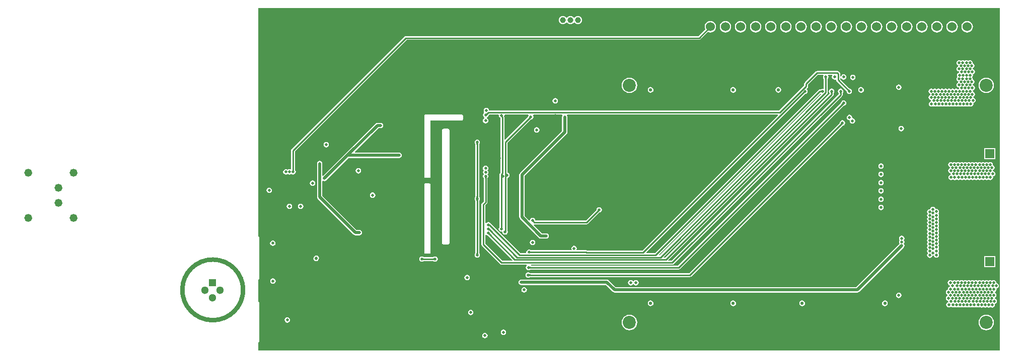
<source format=gbr>
%TF.GenerationSoftware,Altium Limited,Altium Designer,22.2.1 (43)*%
G04 Layer_Physical_Order=2*
G04 Layer_Color=36540*
%FSLAX45Y45*%
%MOMM*%
%TF.SameCoordinates,02F1B47A-F79C-4BE6-BEC0-26DF2024C161*%
%TF.FilePolarity,Positive*%
%TF.FileFunction,Copper,L2,Inr,Signal*%
%TF.Part,Single*%
G01*
G75*
%TA.AperFunction,NonConductor*%
%ADD10C,0.80000*%
%TA.AperFunction,Conductor*%
%ADD59C,0.25400*%
%ADD60C,0.10000*%
%ADD61C,0.50000*%
%TA.AperFunction,ComponentPad*%
%ADD65R,1.00000X1.00000*%
%ADD66C,1.00000*%
%TA.AperFunction,ViaPad*%
%ADD67C,1.52400*%
%TA.AperFunction,ComponentPad*%
%ADD68R,1.50000X1.50000*%
%ADD69C,2.19989*%
%ADD70C,0.54991*%
%ADD71R,1.30000X1.30000*%
%ADD72C,1.30000*%
%ADD73C,1.32080*%
%TA.AperFunction,ViaPad*%
%ADD74C,0.50000*%
G36*
X17800000Y8500000D02*
X5330001D01*
Y8632628D01*
X5334419Y8635580D01*
X5338840Y8642196D01*
X5340392Y8650000D01*
Y9309999D01*
X5338840Y9317803D01*
X5334419Y9324419D01*
X5330001Y9327371D01*
X5330000Y9692628D01*
X5334419Y9695580D01*
X5338839Y9702196D01*
X5340392Y9709999D01*
X5340392Y10409999D01*
X5338840Y10417803D01*
X5334419Y10424419D01*
X5330000Y10427372D01*
X5330000Y14270000D01*
X17799998Y14270000D01*
X17800000Y8500000D01*
D02*
G37*
%LPC*%
G36*
X10704917Y14141171D02*
X10686644Y14138765D01*
X10669615Y14131711D01*
X10654993Y14120491D01*
X10649285Y14113052D01*
X10633550D01*
X10627842Y14120491D01*
X10613219Y14131711D01*
X10596191Y14138765D01*
X10577917Y14141171D01*
X10559644Y14138765D01*
X10542615Y14131711D01*
X10527993Y14120491D01*
X10522285Y14113052D01*
X10506550D01*
X10500842Y14120491D01*
X10486220Y14131711D01*
X10469191Y14138765D01*
X10450918Y14141171D01*
X10432644Y14138765D01*
X10415616Y14131711D01*
X10400993Y14120491D01*
X10389773Y14105869D01*
X10382720Y14088840D01*
X10380314Y14070567D01*
X10382720Y14052293D01*
X10389773Y14035265D01*
X10400993Y14020642D01*
X10415616Y14009422D01*
X10432644Y14002370D01*
X10450918Y13999963D01*
X10469191Y14002370D01*
X10486220Y14009422D01*
X10500842Y14020642D01*
X10506550Y14028081D01*
X10522285D01*
X10527993Y14020642D01*
X10542615Y14009422D01*
X10559644Y14002370D01*
X10577917Y13999963D01*
X10596191Y14002370D01*
X10613219Y14009422D01*
X10627842Y14020642D01*
X10633550Y14028081D01*
X10649285D01*
X10654993Y14020642D01*
X10669615Y14009422D01*
X10686644Y14002370D01*
X10704917Y13999963D01*
X10723191Y14002370D01*
X10740219Y14009422D01*
X10754842Y14020642D01*
X10766062Y14035265D01*
X10773115Y14052293D01*
X10775521Y14070567D01*
X10773115Y14088840D01*
X10766062Y14105869D01*
X10754842Y14120491D01*
X10740219Y14131711D01*
X10723191Y14138765D01*
X10704917Y14141171D01*
D02*
G37*
G36*
X16995877Y14057030D02*
X16970764Y14053725D01*
X16947362Y14044031D01*
X16927267Y14028612D01*
X16911847Y14008514D01*
X16902155Y13985114D01*
X16898846Y13960001D01*
X16902155Y13934888D01*
X16911847Y13911485D01*
X16927267Y13891389D01*
X16947362Y13875970D01*
X16970764Y13866277D01*
X16995877Y13862970D01*
X17020992Y13866277D01*
X17044392Y13875970D01*
X17064488Y13891389D01*
X17079909Y13911485D01*
X17089601Y13934888D01*
X17092908Y13960001D01*
X17089601Y13985114D01*
X17079909Y14008514D01*
X17064488Y14028612D01*
X17044392Y14044031D01*
X17020992Y14053725D01*
X16995877Y14057030D01*
D02*
G37*
G36*
X16741760D02*
X16716647Y14053725D01*
X16693245Y14044031D01*
X16673151Y14028612D01*
X16657729Y14008514D01*
X16648036Y13985114D01*
X16644730Y13960001D01*
X16648036Y13934888D01*
X16657729Y13911485D01*
X16673151Y13891389D01*
X16693245Y13875970D01*
X16716647Y13866277D01*
X16741760Y13862970D01*
X16766873Y13866277D01*
X16790276Y13875970D01*
X16810370Y13891389D01*
X16825790Y13911485D01*
X16835484Y13934888D01*
X16838789Y13960001D01*
X16835484Y13985114D01*
X16825790Y14008514D01*
X16810370Y14028612D01*
X16790276Y14044031D01*
X16766873Y14053725D01*
X16741760Y14057030D01*
D02*
G37*
G36*
X16487643D02*
X16462529Y14053725D01*
X16439128Y14044031D01*
X16419032Y14028612D01*
X16403612Y14008514D01*
X16393919Y13985114D01*
X16390613Y13960001D01*
X16393919Y13934888D01*
X16403612Y13911485D01*
X16419032Y13891389D01*
X16439128Y13875970D01*
X16462529Y13866277D01*
X16487643Y13862970D01*
X16512756Y13866277D01*
X16536159Y13875970D01*
X16556253Y13891389D01*
X16571674Y13911485D01*
X16581366Y13934888D01*
X16584673Y13960001D01*
X16581366Y13985114D01*
X16571674Y14008514D01*
X16556253Y14028612D01*
X16536159Y14044031D01*
X16512756Y14053725D01*
X16487643Y14057030D01*
D02*
G37*
G36*
X16233525D02*
X16208412Y14053725D01*
X16185010Y14044031D01*
X16164915Y14028612D01*
X16149495Y14008514D01*
X16139803Y13985114D01*
X16136494Y13960001D01*
X16139803Y13934888D01*
X16149495Y13911485D01*
X16164915Y13891389D01*
X16185010Y13875970D01*
X16208412Y13866277D01*
X16233525Y13862970D01*
X16258640Y13866277D01*
X16282040Y13875970D01*
X16302136Y13891389D01*
X16317557Y13911485D01*
X16327249Y13934888D01*
X16330556Y13960001D01*
X16327249Y13985114D01*
X16317557Y14008514D01*
X16302136Y14028612D01*
X16282040Y14044031D01*
X16258640Y14053725D01*
X16233525Y14057030D01*
D02*
G37*
G36*
X15979408D02*
X15954295Y14053725D01*
X15930893Y14044031D01*
X15910797Y14028612D01*
X15895377Y14008514D01*
X15885684Y13985114D01*
X15882378Y13960001D01*
X15885684Y13934888D01*
X15895377Y13911485D01*
X15910797Y13891389D01*
X15930893Y13875970D01*
X15954295Y13866277D01*
X15979408Y13862970D01*
X16004521Y13866277D01*
X16027924Y13875970D01*
X16048018Y13891389D01*
X16063438Y13911485D01*
X16073132Y13934888D01*
X16076437Y13960001D01*
X16073132Y13985114D01*
X16063438Y14008514D01*
X16048018Y14028612D01*
X16027924Y14044031D01*
X16004521Y14053725D01*
X15979408Y14057030D01*
D02*
G37*
G36*
X15725291D02*
X15700177Y14053725D01*
X15676776Y14044031D01*
X15656680Y14028612D01*
X15641260Y14008514D01*
X15631567Y13985114D01*
X15628261Y13960001D01*
X15631567Y13934888D01*
X15641260Y13911485D01*
X15656680Y13891389D01*
X15676776Y13875970D01*
X15700177Y13866277D01*
X15725291Y13862970D01*
X15750404Y13866277D01*
X15773807Y13875970D01*
X15793901Y13891389D01*
X15809322Y13911485D01*
X15819014Y13934888D01*
X15822321Y13960001D01*
X15819014Y13985114D01*
X15809322Y14008514D01*
X15793901Y14028612D01*
X15773807Y14044031D01*
X15750404Y14053725D01*
X15725291Y14057030D01*
D02*
G37*
G36*
X15471173D02*
X15446060Y14053725D01*
X15422658Y14044031D01*
X15402563Y14028612D01*
X15387143Y14008514D01*
X15377451Y13985114D01*
X15374142Y13960001D01*
X15377451Y13934888D01*
X15387143Y13911485D01*
X15402563Y13891389D01*
X15422658Y13875970D01*
X15446060Y13866277D01*
X15471173Y13862970D01*
X15496288Y13866277D01*
X15519688Y13875970D01*
X15539784Y13891389D01*
X15555203Y13911485D01*
X15564897Y13934888D01*
X15568204Y13960001D01*
X15564897Y13985114D01*
X15555203Y14008514D01*
X15539784Y14028612D01*
X15519688Y14044031D01*
X15496288Y14053725D01*
X15471173Y14057030D01*
D02*
G37*
G36*
X15217056D02*
X15191943Y14053725D01*
X15168541Y14044031D01*
X15148445Y14028612D01*
X15133025Y14008514D01*
X15123332Y13985114D01*
X15120026Y13960001D01*
X15123332Y13934888D01*
X15133025Y13911485D01*
X15148445Y13891389D01*
X15168541Y13875970D01*
X15191943Y13866277D01*
X15217056Y13862970D01*
X15242169Y13866277D01*
X15265572Y13875970D01*
X15285666Y13891389D01*
X15301086Y13911485D01*
X15310780Y13934888D01*
X15314085Y13960001D01*
X15310780Y13985114D01*
X15301086Y14008514D01*
X15285666Y14028612D01*
X15265572Y14044031D01*
X15242169Y14053725D01*
X15217056Y14057030D01*
D02*
G37*
G36*
X14962939D02*
X14937825Y14053725D01*
X14914424Y14044031D01*
X14894328Y14028612D01*
X14878908Y14008514D01*
X14869215Y13985114D01*
X14865909Y13960001D01*
X14869215Y13934888D01*
X14878908Y13911485D01*
X14894328Y13891389D01*
X14914424Y13875970D01*
X14937825Y13866277D01*
X14962939Y13862970D01*
X14988052Y13866277D01*
X15011453Y13875970D01*
X15031549Y13891389D01*
X15046970Y13911485D01*
X15056662Y13934888D01*
X15059969Y13960001D01*
X15056662Y13985114D01*
X15046970Y14008514D01*
X15031549Y14028612D01*
X15011453Y14044031D01*
X14988052Y14053725D01*
X14962939Y14057030D01*
D02*
G37*
G36*
X14708821D02*
X14683708Y14053725D01*
X14660306Y14044031D01*
X14640211Y14028612D01*
X14624791Y14008514D01*
X14615099Y13985114D01*
X14611790Y13960001D01*
X14615099Y13934888D01*
X14624791Y13911485D01*
X14640211Y13891389D01*
X14660306Y13875970D01*
X14683708Y13866277D01*
X14708821Y13862970D01*
X14733934Y13866277D01*
X14757336Y13875970D01*
X14777432Y13891389D01*
X14792851Y13911485D01*
X14802545Y13934888D01*
X14805852Y13960001D01*
X14802545Y13985114D01*
X14792851Y14008514D01*
X14777432Y14028612D01*
X14757336Y14044031D01*
X14733934Y14053725D01*
X14708821Y14057030D01*
D02*
G37*
G36*
X14454704D02*
X14429591Y14053725D01*
X14406189Y14044031D01*
X14386093Y14028612D01*
X14370673Y14008514D01*
X14360980Y13985114D01*
X14357674Y13960001D01*
X14360980Y13934888D01*
X14370673Y13911485D01*
X14386093Y13891389D01*
X14406189Y13875970D01*
X14429591Y13866277D01*
X14454704Y13862970D01*
X14479817Y13866277D01*
X14503220Y13875970D01*
X14523314Y13891389D01*
X14538734Y13911485D01*
X14548428Y13934888D01*
X14551733Y13960001D01*
X14548428Y13985114D01*
X14538734Y14008514D01*
X14523314Y14028612D01*
X14503220Y14044031D01*
X14479817Y14053725D01*
X14454704Y14057030D01*
D02*
G37*
G36*
X14200587D02*
X14175473Y14053725D01*
X14152072Y14044031D01*
X14131976Y14028612D01*
X14116556Y14008514D01*
X14106863Y13985114D01*
X14103557Y13960001D01*
X14106863Y13934888D01*
X14116556Y13911485D01*
X14131976Y13891389D01*
X14152072Y13875970D01*
X14175473Y13866277D01*
X14200587Y13862970D01*
X14225700Y13866277D01*
X14249101Y13875970D01*
X14269197Y13891389D01*
X14284618Y13911485D01*
X14294310Y13934888D01*
X14297617Y13960001D01*
X14294310Y13985114D01*
X14284618Y14008514D01*
X14269197Y14028612D01*
X14249101Y14044031D01*
X14225700Y14053725D01*
X14200587Y14057030D01*
D02*
G37*
G36*
X13946469D02*
X13921356Y14053725D01*
X13897954Y14044031D01*
X13877859Y14028612D01*
X13862439Y14008514D01*
X13852745Y13985114D01*
X13849438Y13960001D01*
X13852745Y13934888D01*
X13862439Y13911485D01*
X13877859Y13891389D01*
X13897954Y13875970D01*
X13921356Y13866277D01*
X13946469Y13862970D01*
X13971582Y13866277D01*
X13994984Y13875970D01*
X14015080Y13891389D01*
X14030499Y13911485D01*
X14040193Y13934888D01*
X14043500Y13960001D01*
X14040193Y13985114D01*
X14030499Y14008514D01*
X14015080Y14028612D01*
X13994984Y14044031D01*
X13971582Y14053725D01*
X13946469Y14057030D01*
D02*
G37*
G36*
X13692352D02*
X13667239Y14053725D01*
X13643837Y14044031D01*
X13623741Y14028612D01*
X13608321Y14008514D01*
X13598628Y13985114D01*
X13595322Y13960001D01*
X13598628Y13934888D01*
X13608321Y13911485D01*
X13623741Y13891389D01*
X13643837Y13875970D01*
X13667239Y13866277D01*
X13692352Y13862970D01*
X13717465Y13866277D01*
X13740868Y13875970D01*
X13760962Y13891389D01*
X13776382Y13911485D01*
X13786076Y13934888D01*
X13789381Y13960001D01*
X13786076Y13985114D01*
X13776382Y14008514D01*
X13760962Y14028612D01*
X13740868Y14044031D01*
X13717465Y14053725D01*
X13692352Y14057030D01*
D02*
G37*
G36*
X13438234D02*
X13413121Y14053725D01*
X13389719Y14044031D01*
X13369624Y14028612D01*
X13354204Y14008514D01*
X13344511Y13985114D01*
X13341203Y13960001D01*
X13344511Y13934888D01*
X13354204Y13911485D01*
X13369624Y13891389D01*
X13389719Y13875970D01*
X13413121Y13866277D01*
X13438234Y13862970D01*
X13463348Y13866277D01*
X13486749Y13875970D01*
X13506845Y13891389D01*
X13522266Y13911485D01*
X13531958Y13934888D01*
X13535265Y13960001D01*
X13531958Y13985114D01*
X13522266Y14008514D01*
X13506845Y14028612D01*
X13486749Y14044031D01*
X13463348Y14053725D01*
X13438234Y14057030D01*
D02*
G37*
G36*
X13184117D02*
X13159004Y14053725D01*
X13135602Y14044031D01*
X13115508Y14028612D01*
X13100087Y14008514D01*
X13090393Y13985114D01*
X13087086Y13960001D01*
X13090393Y13934888D01*
X13100087Y13911485D01*
X13115508Y13891389D01*
X13135602Y13875970D01*
X13159004Y13866277D01*
X13184117Y13862970D01*
X13209230Y13866277D01*
X13232632Y13875970D01*
X13252728Y13891389D01*
X13268147Y13911485D01*
X13277841Y13934888D01*
X13281146Y13960001D01*
X13277841Y13985114D01*
X13268147Y14008514D01*
X13252728Y14028612D01*
X13232632Y14044031D01*
X13209230Y14053725D01*
X13184117Y14057030D01*
D02*
G37*
G36*
X12930000D02*
X12904887Y14053725D01*
X12881485Y14044031D01*
X12861389Y14028612D01*
X12845969Y14008514D01*
X12836276Y13985114D01*
X12832970Y13960001D01*
X12836276Y13934888D01*
X12842561Y13919713D01*
X12726189Y13803340D01*
X7810000D01*
X7797241Y13800803D01*
X7786425Y13793575D01*
X5888938Y11896088D01*
X5881711Y11885272D01*
X5879173Y11872513D01*
Y11558099D01*
X5869602Y11552983D01*
X5866473Y11552605D01*
X5850000Y11555882D01*
X5832442Y11552389D01*
X5820000Y11544076D01*
X5807558Y11552389D01*
X5790000Y11555882D01*
X5772442Y11552389D01*
X5757557Y11542443D01*
X5747611Y11527558D01*
X5744119Y11510000D01*
X5747611Y11492442D01*
X5757557Y11477557D01*
X5772442Y11467611D01*
X5790000Y11464119D01*
X5807558Y11467611D01*
X5820000Y11475924D01*
X5832442Y11467611D01*
X5850000Y11464119D01*
X5867558Y11467611D01*
X5881765Y11477104D01*
X5894955Y11468290D01*
X5912513Y11464797D01*
X5930071Y11468290D01*
X5944956Y11478236D01*
X5954902Y11493121D01*
X5958395Y11510679D01*
X5954902Y11528237D01*
X5945854Y11541779D01*
Y11858703D01*
X7823810Y13736659D01*
X12739999D01*
X12752758Y13739197D01*
X12763575Y13746425D01*
X12889713Y13872562D01*
X12904887Y13866277D01*
X12930000Y13862970D01*
X12955113Y13866277D01*
X12978516Y13875970D01*
X12998610Y13891389D01*
X13014030Y13911485D01*
X13023724Y13934888D01*
X13027029Y13960001D01*
X13023724Y13985114D01*
X13014030Y14008514D01*
X12998610Y14028612D01*
X12978516Y14044031D01*
X12955113Y14053725D01*
X12930000Y14057030D01*
D02*
G37*
G36*
X17249995Y14057030D02*
X17224881Y14053725D01*
X17201480Y14044031D01*
X17181384Y14028610D01*
X17165964Y14008514D01*
X17156271Y13985114D01*
X17152965Y13960001D01*
X17156271Y13934888D01*
X17165964Y13911485D01*
X17181384Y13891389D01*
X17201480Y13875969D01*
X17224881Y13866277D01*
X17249995Y13862970D01*
X17275108Y13866277D01*
X17298511Y13875969D01*
X17318605Y13891389D01*
X17334026Y13911485D01*
X17343718Y13934888D01*
X17347025Y13960001D01*
X17343718Y13985114D01*
X17334026Y14008514D01*
X17318605Y14028610D01*
X17298511Y14044031D01*
X17275108Y14053725D01*
X17249995Y14057030D01*
D02*
G37*
G36*
X17295953Y13395370D02*
X17278397Y13391878D01*
X17265955Y13383565D01*
X17253513Y13391878D01*
X17235954Y13395370D01*
X17218396Y13391878D01*
X17205954Y13383565D01*
X17193512Y13391878D01*
X17175954Y13395370D01*
X17158395Y13391878D01*
X17145953Y13383565D01*
X17133511Y13391878D01*
X17115955Y13395370D01*
X17098396Y13391878D01*
X17083511Y13381932D01*
X17073566Y13367047D01*
X17070073Y13349489D01*
X17073566Y13331931D01*
X17083511Y13317046D01*
X17098396Y13307100D01*
X17101465Y13306490D01*
X17100073Y13299489D01*
X17101465Y13292490D01*
X17098396Y13291878D01*
X17083511Y13281932D01*
X17073566Y13267047D01*
X17070073Y13249489D01*
X17073566Y13231931D01*
X17083511Y13217046D01*
X17098396Y13207100D01*
X17111086Y13204576D01*
X17110072Y13199489D01*
X17113274Y13183397D01*
X17103310Y13181415D01*
X17088425Y13171469D01*
X17078477Y13156584D01*
X17074986Y13139026D01*
X17078477Y13121468D01*
X17084438Y13112550D01*
X17083511Y13111932D01*
X17073566Y13097047D01*
X17070073Y13079489D01*
X17073566Y13061931D01*
X17083511Y13047046D01*
X17098396Y13037100D01*
X17101465Y13036490D01*
X17100073Y13029489D01*
X17101465Y13022488D01*
X17098396Y13021878D01*
X17083511Y13011932D01*
X17073566Y12997047D01*
X17070073Y12979489D01*
X17073566Y12961931D01*
X17083511Y12947046D01*
X17098396Y12937100D01*
X17111086Y12934576D01*
X17110072Y12929489D01*
X17113274Y12913397D01*
X17103310Y12911415D01*
X17093758Y12905032D01*
X17083511Y12911877D01*
X17065955Y12915370D01*
X17048396Y12911877D01*
X17035954Y12903564D01*
X17023512Y12911877D01*
X17005954Y12915370D01*
X16988396Y12911877D01*
X16975954Y12903564D01*
X16963512Y12911877D01*
X16945953Y12915370D01*
X16928397Y12911877D01*
X16915955Y12903564D01*
X16903513Y12911877D01*
X16885954Y12915370D01*
X16868396Y12911877D01*
X16855954Y12903564D01*
X16843512Y12911877D01*
X16825954Y12915370D01*
X16808395Y12911877D01*
X16795953Y12903564D01*
X16783511Y12911877D01*
X16765955Y12915370D01*
X16748396Y12911877D01*
X16735954Y12903564D01*
X16723512Y12911877D01*
X16705954Y12915370D01*
X16688396Y12911877D01*
X16675954Y12903564D01*
X16663512Y12911877D01*
X16645953Y12915370D01*
X16628397Y12911877D01*
X16613512Y12901932D01*
X16603564Y12887047D01*
X16600072Y12869489D01*
X16603564Y12851932D01*
X16613512Y12837045D01*
X16628397Y12827100D01*
X16631465Y12826489D01*
X16630074Y12819489D01*
X16631465Y12812488D01*
X16628397Y12811877D01*
X16613512Y12801932D01*
X16603564Y12787047D01*
X16600072Y12769489D01*
X16603564Y12751931D01*
X16613512Y12737046D01*
X16628397Y12727100D01*
X16641084Y12724576D01*
X16640073Y12719489D01*
X16643274Y12703397D01*
X16633308Y12701415D01*
X16618423Y12691469D01*
X16608478Y12676584D01*
X16604987Y12659026D01*
X16608478Y12641468D01*
X16618423Y12626583D01*
X16633308Y12616637D01*
X16650867Y12613145D01*
X16668425Y12616637D01*
X16680867Y12624951D01*
X16693309Y12616637D01*
X16710867Y12613145D01*
X16728426Y12616637D01*
X16740868Y12624951D01*
X16753310Y12616637D01*
X16770866Y12613145D01*
X16788425Y12616637D01*
X16800867Y12624951D01*
X16813309Y12616637D01*
X16830867Y12613145D01*
X16848425Y12616637D01*
X16860867Y12624951D01*
X16873309Y12616637D01*
X16890868Y12613145D01*
X16908424Y12616637D01*
X16920866Y12624951D01*
X16933308Y12616637D01*
X16950867Y12613145D01*
X16968425Y12616637D01*
X16980867Y12624951D01*
X16993309Y12616637D01*
X17010867Y12613145D01*
X17028426Y12616637D01*
X17040868Y12624951D01*
X17053310Y12616637D01*
X17070866Y12613145D01*
X17088425Y12616637D01*
X17100867Y12624951D01*
X17113309Y12616637D01*
X17130867Y12613145D01*
X17148425Y12616637D01*
X17160867Y12624951D01*
X17173309Y12616637D01*
X17190868Y12613145D01*
X17208424Y12616637D01*
X17220866Y12624951D01*
X17233308Y12616637D01*
X17250867Y12613145D01*
X17268425Y12616637D01*
X17280867Y12624951D01*
X17293309Y12616637D01*
X17310867Y12613145D01*
X17328426Y12616637D01*
X17343311Y12626583D01*
X17353256Y12641468D01*
X17356749Y12659026D01*
X17353548Y12675118D01*
X17363512Y12677100D01*
X17378397Y12687046D01*
X17388342Y12701931D01*
X17391837Y12719489D01*
X17388342Y12737047D01*
X17378397Y12751932D01*
X17363512Y12761878D01*
X17350824Y12764402D01*
X17351836Y12769489D01*
X17350443Y12776489D01*
X17353513Y12777100D01*
X17368398Y12787046D01*
X17378343Y12801932D01*
X17381836Y12819489D01*
X17378343Y12837047D01*
X17368398Y12851932D01*
X17353513Y12861877D01*
X17345638Y12863445D01*
X17346748Y12869026D01*
X17343549Y12885118D01*
X17353513Y12887100D01*
X17368398Y12897046D01*
X17378343Y12911931D01*
X17381836Y12929489D01*
X17378343Y12947047D01*
X17368398Y12961932D01*
X17353513Y12971878D01*
X17340823Y12974402D01*
X17341837Y12979489D01*
X17340443Y12986488D01*
X17343512Y12987100D01*
X17358397Y12997046D01*
X17368343Y13011931D01*
X17371835Y13029489D01*
X17368343Y13047047D01*
X17358397Y13061932D01*
X17343512Y13071878D01*
X17340443Y13072488D01*
X17341837Y13079489D01*
X17338342Y13097047D01*
X17332384Y13105965D01*
X17333310Y13106583D01*
X17343256Y13121468D01*
X17346748Y13139026D01*
X17343549Y13155118D01*
X17353513Y13157100D01*
X17368398Y13167046D01*
X17378343Y13181931D01*
X17381836Y13199489D01*
X17378343Y13217047D01*
X17368398Y13231932D01*
X17353513Y13241878D01*
X17340823Y13244402D01*
X17341837Y13249489D01*
X17340443Y13256490D01*
X17343512Y13257100D01*
X17358397Y13267046D01*
X17368343Y13281931D01*
X17371835Y13299489D01*
X17368343Y13317047D01*
X17358397Y13331932D01*
X17343512Y13341878D01*
X17340443Y13342488D01*
X17341837Y13349489D01*
X17338342Y13367047D01*
X17328397Y13381932D01*
X17313512Y13391878D01*
X17295953Y13395370D01*
D02*
G37*
G36*
X15065121Y13213341D02*
X14725371D01*
X14712611Y13210803D01*
X14701796Y13203575D01*
X14519110Y13020889D01*
X14511884Y13010072D01*
X14509344Y12997314D01*
Y12966495D01*
X14086189Y12543341D01*
X9209672D01*
X9208386Y12544907D01*
X9204894Y12562465D01*
X9194948Y12577350D01*
X9180063Y12587296D01*
X9162505Y12590789D01*
X9144947Y12587296D01*
X9130061Y12577350D01*
X9120116Y12562465D01*
X9116623Y12544907D01*
X9120116Y12527349D01*
X9124390Y12520951D01*
X9121745Y12503909D01*
X9119569Y12502455D01*
X9109623Y12487570D01*
X9106131Y12470012D01*
X9109623Y12452454D01*
X9119569Y12437569D01*
X9129349Y12431034D01*
X9129996Y12428514D01*
X9129064Y12416732D01*
X9117557Y12409043D01*
X9107611Y12394158D01*
X9104118Y12376600D01*
X9107611Y12359042D01*
X9117557Y12344157D01*
X9132442Y12334211D01*
X9150000Y12330719D01*
X9167558Y12334211D01*
X9182443Y12344157D01*
X9192389Y12359042D01*
X9195882Y12376600D01*
X9192389Y12394158D01*
X9182443Y12409043D01*
X9172663Y12415578D01*
X9172016Y12418098D01*
X9172948Y12429880D01*
X9184455Y12437569D01*
X9194401Y12452454D01*
X9196279Y12461892D01*
X9211046Y12476660D01*
X9367315D01*
X9375372Y12466842D01*
X9374535Y12462638D01*
X9378028Y12445080D01*
X9387974Y12430195D01*
X9396523Y12424482D01*
X9396659Y12424279D01*
Y11498632D01*
X9388938Y11490911D01*
X9381711Y11480094D01*
X9379173Y11467335D01*
Y11460679D01*
X9380853Y11452230D01*
Y11434726D01*
Y10577155D01*
X9373485Y10566128D01*
X9369993Y10548570D01*
X9373485Y10531012D01*
X9383431Y10516127D01*
X9398316Y10506181D01*
X9415874Y10502688D01*
X9422291Y10503965D01*
X9434054Y10498000D01*
X9437546Y10480442D01*
X9447492Y10465557D01*
X9462377Y10455611D01*
X9479935Y10452118D01*
X9497493Y10455611D01*
X9512378Y10465557D01*
X9522324Y10480442D01*
X9525817Y10498000D01*
X9522324Y10515558D01*
X9517506Y10522768D01*
Y11407461D01*
X9527009Y11409351D01*
X9541895Y11419297D01*
X9551840Y11434182D01*
X9555333Y11451740D01*
X9551840Y11469298D01*
X9541895Y11484183D01*
X9527009Y11494129D01*
X9517506Y11496019D01*
Y11725770D01*
X9515854Y11734079D01*
Y11998703D01*
X9911584Y12394434D01*
X9927558Y12397611D01*
X9942443Y12407557D01*
X9952389Y12422442D01*
X9955882Y12440000D01*
X9952389Y12457558D01*
X9948112Y12463960D01*
X9954900Y12476660D01*
X10435100D01*
X10441888Y12463960D01*
X10437611Y12457558D01*
X10434119Y12440000D01*
Y12199005D01*
X9727557Y11492443D01*
X9717611Y11477558D01*
X9714118Y11460000D01*
Y10750000D01*
X9717611Y10732442D01*
X9727557Y10717557D01*
X10047557Y10397557D01*
X10062442Y10387611D01*
X10080000Y10384118D01*
X10170000D01*
X10187558Y10387611D01*
X10202443Y10397557D01*
X10212389Y10412442D01*
X10215882Y10430000D01*
X10212389Y10447558D01*
X10202443Y10462443D01*
X10187558Y10472389D01*
X10170000Y10475882D01*
X10099005D01*
X9958985Y10615902D01*
X9965241Y10627606D01*
X9970000Y10626659D01*
X10850000D01*
X10862759Y10629197D01*
X10873575Y10636425D01*
X11061080Y10823930D01*
X11061243Y10824063D01*
X11061815Y10824480D01*
X11077558Y10827611D01*
X11092443Y10837557D01*
X11102389Y10852442D01*
X11105881Y10870000D01*
X11102389Y10887558D01*
X11092443Y10902443D01*
X11077558Y10912389D01*
X11060000Y10915882D01*
X11042442Y10912389D01*
X11027557Y10902443D01*
X11017611Y10887558D01*
X11014479Y10871815D01*
X11014203Y10871437D01*
X11013722Y10870873D01*
X10836190Y10693341D01*
X9985217D01*
X9982389Y10707558D01*
X9972443Y10722443D01*
X9957558Y10732389D01*
X9940000Y10735882D01*
X9922442Y10732389D01*
X9907557Y10722443D01*
X9897611Y10707558D01*
X9895566Y10697281D01*
X9881786Y10693101D01*
X9805882Y10769005D01*
Y11440995D01*
X10512443Y12147557D01*
X10522389Y12162442D01*
X10525882Y12180000D01*
Y12440000D01*
X10522389Y12457558D01*
X10518112Y12463960D01*
X10524900Y12476660D01*
X14062917D01*
X14067776Y12464926D01*
X11786190Y10183341D01*
X10857970D01*
X10853238Y10186503D01*
X10840479Y10189041D01*
X10686905D01*
X10680918Y10200241D01*
X10682389Y10202442D01*
X10685882Y10220000D01*
X10682389Y10237558D01*
X10672443Y10252443D01*
X10657558Y10262389D01*
X10640000Y10265882D01*
X10622442Y10262389D01*
X10607557Y10252443D01*
X10597611Y10237558D01*
X10594119Y10220000D01*
X10597611Y10202442D01*
X10599082Y10200241D01*
X10593095Y10189041D01*
X9911100D01*
X9897558Y10198089D01*
X9880000Y10201582D01*
X9862442Y10198089D01*
X9847557Y10188143D01*
X9837611Y10173258D01*
X9834119Y10155700D01*
X9834624Y10153158D01*
X9826567Y10143341D01*
X9733810D01*
X9235062Y10642089D01*
X9228143Y10652443D01*
X9213258Y10662389D01*
X9195700Y10665882D01*
X9178142Y10662389D01*
X9163257Y10652443D01*
X9160687Y10648597D01*
X9147987Y10652450D01*
Y10950621D01*
X9173575Y10976209D01*
X9180803Y10987026D01*
X9183341Y10999785D01*
Y11408189D01*
X9183362Y11408397D01*
X9183471Y11409096D01*
X9192389Y11422442D01*
X9195882Y11440000D01*
X9192389Y11457558D01*
X9182443Y11472443D01*
X9188903Y11483401D01*
X9192525Y11488821D01*
X9196017Y11506379D01*
X9192525Y11523937D01*
X9182934Y11538291D01*
X9192389Y11552442D01*
X9195882Y11570000D01*
X9192389Y11587558D01*
X9182443Y11602443D01*
X9167558Y11612389D01*
X9150000Y11615882D01*
X9132442Y11612389D01*
X9117557Y11602443D01*
X9107611Y11587558D01*
X9104118Y11570000D01*
X9107611Y11552442D01*
X9117202Y11538088D01*
X9107747Y11523937D01*
X9104254Y11506379D01*
X9107747Y11488821D01*
X9117692Y11473936D01*
X9111232Y11462978D01*
X9107611Y11457558D01*
X9104118Y11440000D01*
X9107611Y11422442D01*
X9116528Y11409096D01*
X9116601Y11408630D01*
X9116659Y11407897D01*
Y11013595D01*
X9091071Y10988006D01*
X9083844Y10977190D01*
X9081306Y10964431D01*
Y10285354D01*
X9083844Y10272595D01*
X9091071Y10261778D01*
X9396425Y9956425D01*
X9407241Y9949198D01*
X9420000Y9946660D01*
X9835974D01*
X9839826Y9933960D01*
X9837557Y9932443D01*
X9827611Y9917558D01*
X9824119Y9900000D01*
X9827611Y9882442D01*
X9837557Y9867557D01*
X9852442Y9857611D01*
X9870000Y9854118D01*
X9887558Y9857611D01*
X9900904Y9866528D01*
X9901370Y9866601D01*
X9902103Y9866659D01*
X12400000D01*
X12412759Y9869197D01*
X12423575Y9876425D01*
X15171082Y12623930D01*
X15171243Y12624063D01*
X15171815Y12624480D01*
X15187558Y12627611D01*
X15202443Y12637557D01*
X15212389Y12652442D01*
X15215881Y12670000D01*
X15212389Y12687558D01*
X15202443Y12702443D01*
X15187558Y12712389D01*
X15170000Y12715882D01*
X15152441Y12712389D01*
X15137556Y12702443D01*
X15127611Y12687558D01*
X15124480Y12671815D01*
X15124203Y12671437D01*
X15123723Y12670873D01*
X12386190Y9933341D01*
X9913258D01*
X9912799Y9933960D01*
X9919191Y9946660D01*
X12290000D01*
X12302759Y9949198D01*
X12313575Y9956425D01*
X15143576Y12786425D01*
X15150803Y12797241D01*
X15153342Y12810001D01*
Y12838188D01*
X15153362Y12838396D01*
X15153471Y12839096D01*
X15162389Y12852441D01*
X15165881Y12870000D01*
X15162389Y12887558D01*
X15152443Y12902443D01*
X15137558Y12912389D01*
X15120000Y12915881D01*
X15102441Y12912389D01*
X15087556Y12902443D01*
X15077611Y12887558D01*
X15074120Y12870000D01*
X15077611Y12852441D01*
X15086530Y12839096D01*
X15086601Y12838631D01*
X15086659Y12837897D01*
Y12823810D01*
X12276190Y10013341D01*
X12227085D01*
X12222224Y10025074D01*
X14993575Y12796425D01*
X15000803Y12807240D01*
X15003342Y12820000D01*
Y12838188D01*
X15003362Y12838396D01*
X15003471Y12839096D01*
X15012389Y12852441D01*
X15015881Y12870000D01*
X15012389Y12887558D01*
X15002443Y12902443D01*
X14987558Y12912389D01*
X14970000Y12915881D01*
X14952441Y12912389D01*
X14937556Y12902443D01*
X14927611Y12887558D01*
X14924118Y12870000D01*
X14927611Y12852441D01*
X14936528Y12839096D01*
X14936601Y12838631D01*
X14936659Y12837897D01*
Y12833810D01*
X12169690Y10066841D01*
X12150585D01*
X12145725Y10078574D01*
X14893576Y12826425D01*
X14900803Y12837242D01*
X14903342Y12850000D01*
Y13078188D01*
X14903362Y13078397D01*
X14903471Y13079095D01*
X14912389Y13092442D01*
X14915881Y13110001D01*
X14912389Y13127557D01*
X14908112Y13133960D01*
X14914900Y13146660D01*
X14975101D01*
X14981889Y13133960D01*
X14977611Y13127557D01*
X14974120Y13110001D01*
X14977611Y13092442D01*
X14987556Y13077557D01*
X15002441Y13067612D01*
X15020000Y13064117D01*
X15033958Y13066895D01*
X15043953Y13061469D01*
X15046938Y13058604D01*
X15049197Y13047241D01*
X15056425Y13036424D01*
X15221584Y12871265D01*
X15221716Y12871103D01*
X15222134Y12870531D01*
X15225266Y12854788D01*
X15235211Y12839903D01*
X15250096Y12829958D01*
X15267654Y12826465D01*
X15285213Y12829958D01*
X15300098Y12839903D01*
X15310043Y12854788D01*
X15313536Y12872346D01*
X15310043Y12889903D01*
X15300098Y12904790D01*
X15285213Y12914735D01*
X15269469Y12917867D01*
X15269090Y12918143D01*
X15268527Y12918623D01*
X15113341Y13073810D01*
Y13099086D01*
X15126041Y13100337D01*
X15127611Y13092442D01*
X15137556Y13077557D01*
X15152441Y13067612D01*
X15170000Y13064117D01*
X15187558Y13067612D01*
X15202443Y13077557D01*
X15212389Y13092442D01*
X15215881Y13110001D01*
X15212389Y13127557D01*
X15202443Y13142442D01*
X15187558Y13152390D01*
X15170000Y13155881D01*
X15152441Y13152390D01*
X15137556Y13142442D01*
X15127611Y13127557D01*
X15126041Y13119662D01*
X15113341Y13120914D01*
Y13165121D01*
X15110803Y13177879D01*
X15103575Y13188696D01*
X15088696Y13203575D01*
X15077879Y13210803D01*
X15065121Y13213341D01*
D02*
G37*
G36*
X15325700Y13150182D02*
X15308142Y13146689D01*
X15293257Y13136743D01*
X15283311Y13121858D01*
X15279819Y13104300D01*
X15283311Y13086742D01*
X15293257Y13071857D01*
X15308142Y13061911D01*
X15325700Y13058418D01*
X15343259Y13061911D01*
X15358144Y13071857D01*
X15368089Y13086742D01*
X15371581Y13104300D01*
X15368089Y13121858D01*
X15358144Y13136743D01*
X15343259Y13146689D01*
X15325700Y13150182D01*
D02*
G37*
G36*
X16100000Y12985883D02*
X16082442Y12982388D01*
X16067557Y12972443D01*
X16057611Y12957558D01*
X16054118Y12939999D01*
X16057611Y12922443D01*
X16067557Y12907558D01*
X16082442Y12897610D01*
X16100000Y12894118D01*
X16117558Y12897610D01*
X16132443Y12907558D01*
X16142389Y12922443D01*
X16145882Y12939999D01*
X16142389Y12957558D01*
X16132443Y12972443D01*
X16117558Y12982388D01*
X16100000Y12985883D01*
D02*
G37*
G36*
X13315012Y12943423D02*
X13296478Y12939737D01*
X13280769Y12929240D01*
X13270271Y12913528D01*
X13266585Y12894997D01*
X13270271Y12876465D01*
X13280769Y12860754D01*
X13296478Y12850258D01*
X13315012Y12846571D01*
X13333543Y12850258D01*
X13349252Y12860754D01*
X13359750Y12876465D01*
X13363437Y12894997D01*
X13359750Y12913528D01*
X13349252Y12929240D01*
X13333543Y12939737D01*
X13315012Y12943423D01*
D02*
G37*
G36*
X15464993Y12943423D02*
X15446461Y12939735D01*
X15430753Y12929239D01*
X15420255Y12913528D01*
X15416568Y12894997D01*
X15420255Y12876465D01*
X15430753Y12860754D01*
X15446461Y12850256D01*
X15464993Y12846571D01*
X15483527Y12850256D01*
X15499236Y12860754D01*
X15509734Y12876465D01*
X15513420Y12894997D01*
X15509734Y12913528D01*
X15499236Y12929239D01*
X15483527Y12939735D01*
X15464993Y12943423D01*
D02*
G37*
G36*
X11924997Y12943422D02*
X11906465Y12939735D01*
X11890754Y12929239D01*
X11880257Y12913528D01*
X11876571Y12894997D01*
X11880257Y12876465D01*
X11890754Y12860754D01*
X11906465Y12850256D01*
X11924997Y12846571D01*
X11943529Y12850256D01*
X11959239Y12860754D01*
X11969736Y12876465D01*
X11973423Y12894997D01*
X11969736Y12913528D01*
X11959239Y12929239D01*
X11943529Y12939735D01*
X11924997Y12943422D01*
D02*
G37*
G36*
X14075005Y12943422D02*
X14056473Y12939735D01*
X14040762Y12929239D01*
X14030264Y12913528D01*
X14026579Y12894997D01*
X14030264Y12876463D01*
X14040762Y12860754D01*
X14056473Y12850256D01*
X14075005Y12846570D01*
X14093536Y12850256D01*
X14109247Y12860754D01*
X14119743Y12876463D01*
X14123430Y12894997D01*
X14119743Y12913528D01*
X14109247Y12929239D01*
X14093536Y12939735D01*
X14075005Y12943422D01*
D02*
G37*
G36*
X17569994Y13101094D02*
X17536060Y13096626D01*
X17504436Y13083528D01*
X17477281Y13062691D01*
X17456444Y13035536D01*
X17443346Y13003912D01*
X17438878Y12969978D01*
X17443346Y12936041D01*
X17456444Y12904419D01*
X17477281Y12877264D01*
X17504436Y12856427D01*
X17536060Y12843329D01*
X17569994Y12838861D01*
X17603931Y12843329D01*
X17635551Y12856427D01*
X17662708Y12877264D01*
X17683545Y12904419D01*
X17696643Y12936041D01*
X17701111Y12969978D01*
X17696643Y13003912D01*
X17683545Y13035536D01*
X17662708Y13062691D01*
X17635551Y13083528D01*
X17603931Y13096626D01*
X17569994Y13101094D01*
D02*
G37*
G36*
X11570005D02*
X11536070Y13096626D01*
X11504447Y13083528D01*
X11477292Y13062691D01*
X11456455Y13035536D01*
X11443357Y13003912D01*
X11438889Y12969978D01*
X11443357Y12936041D01*
X11456455Y12904419D01*
X11477292Y12877264D01*
X11504447Y12856427D01*
X11536070Y12843329D01*
X11570005Y12838861D01*
X11603941Y12843329D01*
X11635563Y12856427D01*
X11662719Y12877264D01*
X11683555Y12904419D01*
X11696654Y12936041D01*
X11701122Y12969978D01*
X11696654Y13003912D01*
X11683555Y13035536D01*
X11662719Y13062691D01*
X11635563Y13083528D01*
X11603941Y13096626D01*
X11570005Y13101094D01*
D02*
G37*
G36*
X10320000Y12755882D02*
X10302442Y12752389D01*
X10287557Y12742443D01*
X10277611Y12727558D01*
X10274118Y12710000D01*
X10277611Y12692442D01*
X10287557Y12677557D01*
X10302442Y12667611D01*
X10320000Y12664118D01*
X10337558Y12667611D01*
X10352443Y12677557D01*
X10362389Y12692442D01*
X10365881Y12710000D01*
X10362389Y12727558D01*
X10352443Y12742443D01*
X10337558Y12752389D01*
X10320000Y12755882D01*
D02*
G37*
G36*
X15270000Y12475882D02*
X15252441Y12472389D01*
X15237556Y12462443D01*
X15227611Y12447558D01*
X15224120Y12430000D01*
X15227611Y12412442D01*
X15237556Y12397557D01*
X15252441Y12387611D01*
X15266051Y12384904D01*
X15274734Y12373097D01*
X15274120Y12370000D01*
X15277611Y12352442D01*
X15287556Y12337557D01*
X15302441Y12327611D01*
X15320000Y12324118D01*
X15337558Y12327611D01*
X15352443Y12337557D01*
X15362389Y12352442D01*
X15365881Y12370000D01*
X15362389Y12387558D01*
X15352443Y12402443D01*
X15337558Y12412389D01*
X15323949Y12415096D01*
X15315266Y12426903D01*
X15315881Y12430000D01*
X15312389Y12447558D01*
X15302443Y12462443D01*
X15287558Y12472389D01*
X15270000Y12475882D01*
D02*
G37*
G36*
X16139999Y12285882D02*
X16122443Y12282389D01*
X16107558Y12272443D01*
X16097610Y12257558D01*
X16094118Y12240000D01*
X16097610Y12222442D01*
X16107558Y12207557D01*
X16122443Y12197611D01*
X16139999Y12194119D01*
X16157558Y12197611D01*
X16172443Y12207557D01*
X16182388Y12222442D01*
X16185881Y12240000D01*
X16182388Y12257558D01*
X16172443Y12272443D01*
X16157558Y12282389D01*
X16139999Y12285882D01*
D02*
G37*
G36*
X10010000Y12265881D02*
X9992442Y12262389D01*
X9977557Y12252443D01*
X9967611Y12237558D01*
X9964119Y12220000D01*
X9967611Y12202442D01*
X9977557Y12187557D01*
X9992442Y12177611D01*
X10010000Y12174118D01*
X10027558Y12177611D01*
X10042443Y12187557D01*
X10052389Y12202442D01*
X10055882Y12220000D01*
X10052389Y12237558D01*
X10042443Y12252443D01*
X10027558Y12262389D01*
X10010000Y12265881D01*
D02*
G37*
G36*
X6470000Y12015882D02*
X6452442Y12012389D01*
X6437557Y12002443D01*
X6427611Y11987558D01*
X6424118Y11970000D01*
X6427611Y11952442D01*
X6437557Y11937557D01*
X6452442Y11927611D01*
X6470000Y11924119D01*
X6487558Y11927611D01*
X6502443Y11937557D01*
X6512389Y11952442D01*
X6515881Y11970000D01*
X6512389Y11987558D01*
X6502443Y12002443D01*
X6487558Y12012389D01*
X6470000Y12015882D01*
D02*
G37*
G36*
X17725809Y11914500D02*
X17535809D01*
Y11724500D01*
X17725809D01*
Y11914500D01*
D02*
G37*
G36*
X17635954Y11675370D02*
X17618396Y11671878D01*
X17605954Y11663564D01*
X17593512Y11671878D01*
X17575954Y11675370D01*
X17558395Y11671878D01*
X17545953Y11663564D01*
X17533511Y11671878D01*
X17515955Y11675370D01*
X17498396Y11671878D01*
X17485954Y11663564D01*
X17473512Y11671878D01*
X17455954Y11675370D01*
X17438396Y11671878D01*
X17425954Y11663564D01*
X17413512Y11671878D01*
X17395953Y11675370D01*
X17378397Y11671878D01*
X17365955Y11663564D01*
X17353513Y11671878D01*
X17335954Y11675370D01*
X17318396Y11671878D01*
X17305954Y11663564D01*
X17293512Y11671878D01*
X17275954Y11675370D01*
X17258395Y11671878D01*
X17245953Y11663564D01*
X17233511Y11671878D01*
X17215955Y11675370D01*
X17198396Y11671878D01*
X17185954Y11663564D01*
X17173512Y11671878D01*
X17155954Y11675370D01*
X17138396Y11671878D01*
X17125954Y11663564D01*
X17113512Y11671878D01*
X17095953Y11675370D01*
X17078397Y11671878D01*
X17065955Y11663564D01*
X17053513Y11671878D01*
X17035954Y11675370D01*
X17018396Y11671878D01*
X17005954Y11663564D01*
X16993512Y11671878D01*
X16975954Y11675370D01*
X16958395Y11671878D01*
X16943510Y11661932D01*
X16933565Y11647047D01*
X16930074Y11629489D01*
X16933565Y11611931D01*
X16943510Y11597046D01*
X16958395Y11587100D01*
X16961465Y11586489D01*
X16960072Y11579489D01*
X16961465Y11572488D01*
X16958395Y11571878D01*
X16943510Y11561932D01*
X16933565Y11547047D01*
X16930074Y11529489D01*
X16933565Y11511931D01*
X16943510Y11497046D01*
X16958395Y11487100D01*
X16971085Y11484576D01*
X16970073Y11479489D01*
X16973274Y11463397D01*
X16963309Y11461415D01*
X16948424Y11451469D01*
X16938478Y11436584D01*
X16934985Y11419026D01*
X16938478Y11401468D01*
X16948424Y11386583D01*
X16963309Y11376637D01*
X16980867Y11373145D01*
X16998425Y11376637D01*
X17010867Y11384951D01*
X17023309Y11376637D01*
X17040868Y11373145D01*
X17058424Y11376637D01*
X17070866Y11384951D01*
X17083308Y11376637D01*
X17100867Y11373145D01*
X17118425Y11376637D01*
X17130867Y11384951D01*
X17143309Y11376637D01*
X17160867Y11373145D01*
X17178426Y11376637D01*
X17190868Y11384951D01*
X17203310Y11376637D01*
X17220866Y11373145D01*
X17238425Y11376637D01*
X17250867Y11384951D01*
X17263309Y11376637D01*
X17280867Y11373145D01*
X17298425Y11376637D01*
X17310867Y11384951D01*
X17323309Y11376637D01*
X17340868Y11373145D01*
X17358424Y11376637D01*
X17370866Y11384951D01*
X17383308Y11376637D01*
X17400867Y11373145D01*
X17418425Y11376637D01*
X17430867Y11384951D01*
X17443309Y11376637D01*
X17460867Y11373145D01*
X17478426Y11376637D01*
X17490868Y11384951D01*
X17503310Y11376637D01*
X17520866Y11373145D01*
X17538425Y11376637D01*
X17550867Y11384951D01*
X17563309Y11376637D01*
X17580867Y11373145D01*
X17598425Y11376637D01*
X17610867Y11384951D01*
X17623309Y11376637D01*
X17640868Y11373145D01*
X17658424Y11376637D01*
X17673309Y11386583D01*
X17683257Y11401468D01*
X17686749Y11419026D01*
X17683548Y11435118D01*
X17693512Y11437100D01*
X17708397Y11447046D01*
X17718343Y11461931D01*
X17721835Y11479489D01*
X17718343Y11497047D01*
X17708397Y11511932D01*
X17693512Y11521878D01*
X17680824Y11524402D01*
X17681836Y11529489D01*
X17680443Y11536489D01*
X17683511Y11537100D01*
X17698396Y11547046D01*
X17708344Y11561931D01*
X17711836Y11579489D01*
X17708344Y11597047D01*
X17698396Y11611932D01*
X17683511Y11621878D01*
X17680443Y11622488D01*
X17681836Y11629489D01*
X17678343Y11647047D01*
X17668398Y11661932D01*
X17653513Y11671878D01*
X17635954Y11675370D01*
D02*
G37*
G36*
X15800000Y11655881D02*
X15782442Y11652389D01*
X15767557Y11642443D01*
X15757611Y11627558D01*
X15754118Y11610000D01*
X15757611Y11592442D01*
X15767557Y11577557D01*
X15782442Y11567611D01*
X15800000Y11564118D01*
X15817558Y11567611D01*
X15832443Y11577557D01*
X15842389Y11592442D01*
X15845882Y11610000D01*
X15842389Y11627558D01*
X15832443Y11642443D01*
X15817558Y11652389D01*
X15800000Y11655881D01*
D02*
G37*
G36*
X7010000Y11575882D02*
X6992442Y11572389D01*
X6977557Y11562443D01*
X6967611Y11547558D01*
X6964118Y11530000D01*
X6967611Y11512442D01*
X6977557Y11497557D01*
X6992442Y11487611D01*
X7010000Y11484119D01*
X7027558Y11487611D01*
X7042443Y11497557D01*
X7052389Y11512442D01*
X7055881Y11530000D01*
X7052389Y11547558D01*
X7042443Y11562443D01*
X7027558Y11572389D01*
X7010000Y11575882D01*
D02*
G37*
G36*
X7385000Y12338382D02*
X7332500D01*
X7314942Y12334889D01*
X7300057Y12324943D01*
X6797557Y11822443D01*
X6418582Y11443468D01*
X6405882Y11448728D01*
Y11650000D01*
X6402389Y11667558D01*
X6392443Y11682443D01*
X6377558Y11692389D01*
X6360000Y11695882D01*
X6342442Y11692389D01*
X6327557Y11682443D01*
X6317611Y11667558D01*
X6314118Y11650000D01*
Y11090000D01*
X6317611Y11072442D01*
X6327557Y11057557D01*
X6930870Y10454243D01*
X6945755Y10444297D01*
X6963313Y10440805D01*
X7025947D01*
X7043505Y10444297D01*
X7058390Y10454243D01*
X7068336Y10469128D01*
X7071828Y10486686D01*
X7068336Y10504244D01*
X7058390Y10519130D01*
X7043505Y10529075D01*
X7025947Y10532568D01*
X6982318D01*
X6405882Y11109005D01*
Y11353402D01*
X6418582Y11360190D01*
X6422442Y11357611D01*
X6440000Y11354119D01*
X6457558Y11357611D01*
X6472443Y11367557D01*
X6849005Y11744118D01*
X7695700D01*
X7713258Y11747611D01*
X7728143Y11757557D01*
X7738089Y11772442D01*
X7741581Y11790000D01*
X7738089Y11807558D01*
X7728143Y11822443D01*
X7713258Y11832389D01*
X7695700Y11835882D01*
X6957361D01*
X6952501Y11847615D01*
X7351505Y12246619D01*
X7385000D01*
X7402558Y12250111D01*
X7417443Y12260057D01*
X7427389Y12274942D01*
X7430882Y12292500D01*
X7427389Y12310058D01*
X7417443Y12324943D01*
X7402558Y12334889D01*
X7385000Y12338382D01*
D02*
G37*
G36*
X15800000Y11515881D02*
X15782442Y11512389D01*
X15767557Y11502443D01*
X15757611Y11487558D01*
X15754118Y11470000D01*
X15757611Y11452442D01*
X15767557Y11437557D01*
X15782442Y11427611D01*
X15800000Y11424118D01*
X15817558Y11427611D01*
X15832443Y11437557D01*
X15842389Y11452442D01*
X15845882Y11470000D01*
X15842389Y11487558D01*
X15832443Y11502443D01*
X15817558Y11512389D01*
X15800000Y11515881D01*
D02*
G37*
G36*
X8750000Y12480392D02*
X8140000D01*
X8132196Y12478839D01*
X8125581Y12474419D01*
X8121160Y12467803D01*
X8119608Y12460000D01*
Y11430000D01*
X8121160Y11422196D01*
X8125581Y11415581D01*
X8132196Y11411160D01*
X8140000Y11409608D01*
X8199999D01*
X8207803Y11411160D01*
X8214419Y11415581D01*
X8218839Y11422196D01*
X8220391Y11430000D01*
X8220392Y12379608D01*
X8750000D01*
X8757804Y12381160D01*
X8764419Y12385581D01*
X8768840Y12392196D01*
X8770392Y12400000D01*
Y12460000D01*
X8768840Y12467803D01*
X8764419Y12474419D01*
X8757804Y12478839D01*
X8750000Y12480392D01*
D02*
G37*
G36*
X15800000Y11375881D02*
X15782442Y11372389D01*
X15767557Y11362443D01*
X15757611Y11347558D01*
X15754118Y11330000D01*
X15757611Y11312442D01*
X15767557Y11297557D01*
X15782442Y11287611D01*
X15800000Y11284118D01*
X15817558Y11287611D01*
X15832443Y11297557D01*
X15842389Y11312442D01*
X15845882Y11330000D01*
X15842389Y11347558D01*
X15832443Y11362443D01*
X15817558Y11372389D01*
X15800000Y11375881D01*
D02*
G37*
G36*
X6240000Y11365882D02*
X6222442Y11362389D01*
X6207557Y11352443D01*
X6197611Y11337558D01*
X6194118Y11320000D01*
X6197611Y11302442D01*
X6207557Y11287557D01*
X6222442Y11277611D01*
X6240000Y11274118D01*
X6257558Y11277611D01*
X6272443Y11287557D01*
X6282389Y11302442D01*
X6285882Y11320000D01*
X6282389Y11337558D01*
X6272443Y11352443D01*
X6257558Y11362389D01*
X6240000Y11365882D01*
D02*
G37*
G36*
X5510000Y11245881D02*
X5492442Y11242389D01*
X5477557Y11232443D01*
X5467611Y11217558D01*
X5464118Y11200000D01*
X5467611Y11182442D01*
X5477557Y11167557D01*
X5492442Y11157611D01*
X5510000Y11154118D01*
X5527558Y11157611D01*
X5542443Y11167557D01*
X5552389Y11182442D01*
X5555881Y11200000D01*
X5552389Y11217558D01*
X5542443Y11232443D01*
X5527558Y11242389D01*
X5510000Y11245881D01*
D02*
G37*
G36*
X15800000Y11235882D02*
X15782442Y11232389D01*
X15767557Y11222443D01*
X15757611Y11207558D01*
X15754118Y11190000D01*
X15757611Y11172442D01*
X15767557Y11157557D01*
X15782442Y11147611D01*
X15800000Y11144118D01*
X15817558Y11147611D01*
X15832443Y11157557D01*
X15842389Y11172442D01*
X15845882Y11190000D01*
X15842389Y11207558D01*
X15832443Y11222443D01*
X15817558Y11232389D01*
X15800000Y11235882D01*
D02*
G37*
G36*
X7250000Y11165882D02*
X7232442Y11162389D01*
X7217557Y11152443D01*
X7207611Y11137558D01*
X7204118Y11120000D01*
X7207611Y11102442D01*
X7217557Y11087557D01*
X7232442Y11077611D01*
X7250000Y11074119D01*
X7267558Y11077611D01*
X7282443Y11087557D01*
X7292389Y11102442D01*
X7295881Y11120000D01*
X7292389Y11137558D01*
X7282443Y11152443D01*
X7267558Y11162389D01*
X7250000Y11165882D01*
D02*
G37*
G36*
X15800000Y11095882D02*
X15782442Y11092389D01*
X15767557Y11082443D01*
X15757611Y11067558D01*
X15754118Y11050000D01*
X15757611Y11032442D01*
X15767557Y11017557D01*
X15782442Y11007611D01*
X15800000Y11004118D01*
X15817558Y11007611D01*
X15832443Y11017557D01*
X15842389Y11032442D01*
X15845882Y11050000D01*
X15842389Y11067558D01*
X15832443Y11082443D01*
X15817558Y11092389D01*
X15800000Y11095882D01*
D02*
G37*
G36*
X6040000Y10975882D02*
X6022442Y10972389D01*
X6007557Y10962443D01*
X5997611Y10947558D01*
X5994119Y10930000D01*
X5997611Y10912442D01*
X6007557Y10897557D01*
X6022442Y10887611D01*
X6040000Y10884118D01*
X6057558Y10887611D01*
X6072443Y10897557D01*
X6082389Y10912442D01*
X6085882Y10930000D01*
X6082389Y10947558D01*
X6072443Y10962443D01*
X6057558Y10972389D01*
X6040000Y10975882D01*
D02*
G37*
G36*
X5850000D02*
X5832442Y10972389D01*
X5817557Y10962443D01*
X5807611Y10947558D01*
X5804118Y10930000D01*
X5807611Y10912442D01*
X5817557Y10897557D01*
X5832442Y10887611D01*
X5850000Y10884118D01*
X5867558Y10887611D01*
X5882443Y10897557D01*
X5892389Y10912442D01*
X5895882Y10930000D01*
X5892389Y10947558D01*
X5882443Y10962443D01*
X5867558Y10972389D01*
X5850000Y10975882D01*
D02*
G37*
G36*
X16670511Y10921836D02*
X16652953Y10918343D01*
X16638068Y10908397D01*
X16628122Y10893512D01*
X16625598Y10880824D01*
X16620511Y10881835D01*
X16602953Y10878343D01*
X16588068Y10868397D01*
X16578122Y10853512D01*
X16574631Y10835954D01*
X16578122Y10818396D01*
X16586436Y10805954D01*
X16578122Y10793512D01*
X16574631Y10775954D01*
X16578122Y10758396D01*
X16586436Y10745954D01*
X16578122Y10733512D01*
X16574631Y10715954D01*
X16578122Y10698396D01*
X16586436Y10685954D01*
X16578122Y10673512D01*
X16574631Y10655954D01*
X16578122Y10638396D01*
X16586124Y10626421D01*
X16577454Y10613446D01*
X16573961Y10595888D01*
X16577454Y10578330D01*
X16585767Y10565888D01*
X16577454Y10553446D01*
X16573961Y10535888D01*
X16577454Y10518330D01*
X16585767Y10505888D01*
X16577454Y10493446D01*
X16573961Y10475888D01*
X16577454Y10458330D01*
X16585767Y10445888D01*
X16577454Y10433446D01*
X16573961Y10415888D01*
X16577454Y10398330D01*
X16585767Y10385888D01*
X16577454Y10373446D01*
X16573961Y10355888D01*
X16577454Y10338330D01*
X16585883Y10325716D01*
X16577148Y10312645D01*
X16573656Y10295087D01*
X16577148Y10277529D01*
X16585461Y10265087D01*
X16577148Y10252645D01*
X16573656Y10235087D01*
X16577148Y10217529D01*
X16585461Y10205087D01*
X16577148Y10192645D01*
X16573656Y10175087D01*
X16577148Y10157529D01*
X16587094Y10142644D01*
Y10137530D01*
X16577148Y10122645D01*
X16573656Y10105087D01*
X16577148Y10087529D01*
X16587094Y10072644D01*
X16601979Y10062698D01*
X16619537Y10059205D01*
X16637096Y10062698D01*
X16651981Y10072644D01*
X16661926Y10087529D01*
X16664452Y10100217D01*
X16669537Y10099205D01*
X16685629Y10102406D01*
X16687611Y10092442D01*
X16697557Y10077557D01*
X16712442Y10067611D01*
X16730000Y10064118D01*
X16747559Y10067611D01*
X16762444Y10077557D01*
X16772389Y10092442D01*
X16775882Y10110000D01*
X16772389Y10127558D01*
X16762444Y10142443D01*
Y10147557D01*
X16772389Y10162442D01*
X16775882Y10180000D01*
X16772389Y10197558D01*
X16764076Y10210000D01*
X16772389Y10222442D01*
X16775882Y10240000D01*
X16772389Y10257558D01*
X16764076Y10270000D01*
X16772389Y10282442D01*
X16775882Y10300000D01*
X16772389Y10317558D01*
X16763960Y10330172D01*
X16772694Y10343243D01*
X16776187Y10360801D01*
X16772694Y10378359D01*
X16764381Y10390801D01*
X16772694Y10403243D01*
X16776187Y10420801D01*
X16772694Y10438359D01*
X16764381Y10450801D01*
X16772694Y10463243D01*
X16776187Y10480801D01*
X16772694Y10498359D01*
X16764381Y10510801D01*
X16772694Y10523243D01*
X16776187Y10540801D01*
X16772694Y10558359D01*
X16764381Y10570801D01*
X16772694Y10583243D01*
X16776187Y10600801D01*
X16772694Y10618359D01*
X16764693Y10630334D01*
X16773363Y10643309D01*
X16776855Y10660867D01*
X16773363Y10678425D01*
X16765050Y10690867D01*
X16773363Y10703309D01*
X16776855Y10720867D01*
X16773363Y10738425D01*
X16765050Y10750867D01*
X16773363Y10763309D01*
X16776855Y10780867D01*
X16773363Y10798425D01*
X16765050Y10810867D01*
X16773363Y10823309D01*
X16776855Y10840867D01*
X16773363Y10858425D01*
X16763417Y10873310D01*
X16748532Y10883256D01*
X16730974Y10886749D01*
X16714882Y10883548D01*
X16712900Y10893512D01*
X16702954Y10908397D01*
X16688069Y10918343D01*
X16670511Y10921836D01*
D02*
G37*
G36*
X15800000Y10955882D02*
X15782442Y10952389D01*
X15767557Y10942443D01*
X15757611Y10927558D01*
X15754118Y10910000D01*
X15757611Y10892442D01*
X15767557Y10877557D01*
X15782442Y10867611D01*
X15800000Y10864118D01*
X15817558Y10867611D01*
X15832443Y10877557D01*
X15842389Y10892442D01*
X15845882Y10910000D01*
X15842389Y10927558D01*
X15832443Y10942443D01*
X15817558Y10952389D01*
X15800000Y10955882D01*
D02*
G37*
G36*
X8439281Y12237709D02*
X8431477Y12236157D01*
X8424861Y12231737D01*
X8420441Y12225121D01*
X8418889Y12217317D01*
X8418889Y10310000D01*
X8420441Y10302196D01*
X8424861Y10295580D01*
X8431477Y10291160D01*
X8439281Y10289608D01*
X8520000Y10289608D01*
X8527803Y10291160D01*
X8534419Y10295580D01*
X8538839Y10302196D01*
X8540392Y10309999D01*
X8540392Y12217317D01*
X8538840Y12225121D01*
X8534419Y12231736D01*
X8527804Y12236157D01*
X8520000Y12237709D01*
X8439281Y12237709D01*
D02*
G37*
G36*
X9940000Y10365881D02*
X9922442Y10362389D01*
X9907557Y10352443D01*
X9897611Y10337558D01*
X9894118Y10320000D01*
X9897611Y10302442D01*
X9907557Y10287557D01*
X9922442Y10277611D01*
X9940000Y10274118D01*
X9957558Y10277611D01*
X9972443Y10287557D01*
X9982389Y10302442D01*
X9985881Y10320000D01*
X9982389Y10337558D01*
X9972443Y10352443D01*
X9957558Y10362389D01*
X9940000Y10365881D01*
D02*
G37*
G36*
X5570000Y10353381D02*
X5552442Y10349889D01*
X5537557Y10339943D01*
X5527611Y10325058D01*
X5524118Y10307500D01*
X5527611Y10289942D01*
X5537557Y10275057D01*
X5552442Y10265111D01*
X5570000Y10261618D01*
X5587558Y10265111D01*
X5602443Y10275057D01*
X5612389Y10289942D01*
X5615882Y10307500D01*
X5612389Y10325058D01*
X5602443Y10339943D01*
X5587558Y10349889D01*
X5570000Y10353381D01*
D02*
G37*
G36*
X8200001Y11320392D02*
X8140000D01*
X8132196Y11318840D01*
X8125581Y11314419D01*
X8121160Y11307804D01*
X8119608Y11300000D01*
Y10150000D01*
X8121160Y10142196D01*
X8125581Y10135581D01*
X8132196Y10131160D01*
X8140000Y10129608D01*
X8199999D01*
X8207803Y10131160D01*
X8214419Y10135581D01*
X8218839Y10142196D01*
X8220391Y10150000D01*
X8220393Y11300000D01*
X8218841Y11307804D01*
X8214420Y11314419D01*
X8207805Y11318840D01*
X8200001Y11320392D01*
D02*
G37*
G36*
X9010000Y12055881D02*
X8992442Y12052389D01*
X8977557Y12042443D01*
X8967611Y12027558D01*
X8964118Y12010000D01*
X8967611Y11992442D01*
X8976528Y11979096D01*
X8976601Y11978630D01*
X8976659Y11977897D01*
Y11091497D01*
X8976638Y11091289D01*
X8976529Y11090590D01*
X8967611Y11077244D01*
X8964118Y11059686D01*
X8967611Y11042128D01*
X8976528Y11028782D01*
X8976601Y11028316D01*
X8976659Y11027582D01*
Y10141183D01*
X8976638Y10140975D01*
X8976529Y10140275D01*
X8967611Y10126929D01*
X8964118Y10109371D01*
X8967611Y10091813D01*
X8977557Y10076928D01*
X8992442Y10066982D01*
X9010000Y10063490D01*
X9027558Y10066982D01*
X9042443Y10076928D01*
X9052389Y10091813D01*
X9055882Y10109371D01*
X9052389Y10126929D01*
X9043472Y10140275D01*
X9043399Y10140741D01*
X9043341Y10141475D01*
Y11027874D01*
X9043362Y11028082D01*
X9043471Y11028781D01*
X9052389Y11042128D01*
X9055882Y11059686D01*
X9052389Y11077244D01*
X9043472Y11090589D01*
X9043399Y11091055D01*
X9043341Y11091789D01*
Y11978188D01*
X9043362Y11978396D01*
X9043471Y11979096D01*
X9052389Y11992442D01*
X9055882Y12010000D01*
X9052389Y12027558D01*
X9042443Y12042443D01*
X9027558Y12052389D01*
X9010000Y12055881D01*
D02*
G37*
G36*
X6304583Y10103322D02*
X6287024Y10099830D01*
X6272139Y10089884D01*
X6267555Y10085300D01*
X6257609Y10070415D01*
X6254117Y10052856D01*
X6257609Y10035298D01*
X6267555Y10020413D01*
X6282440Y10010467D01*
X6299998Y10006975D01*
X6317556Y10010467D01*
X6332441Y10020413D01*
X6337026Y10024998D01*
X6346972Y10039883D01*
X6350464Y10057441D01*
X6346972Y10074999D01*
X6337026Y10089884D01*
X6322141Y10099830D01*
X6304583Y10103322D01*
D02*
G37*
G36*
X8080000Y10085882D02*
X8062442Y10082389D01*
X8047557Y10072443D01*
X8037611Y10057558D01*
X8034119Y10040000D01*
X8037611Y10022442D01*
X8047557Y10007557D01*
X8062442Y9997611D01*
X8080000Y9994118D01*
X8097558Y9997611D01*
X8110904Y10006528D01*
X8111370Y10006601D01*
X8112103Y10006659D01*
X8268188D01*
X8268392Y10006638D01*
X8269095Y10006528D01*
X8282442Y9997611D01*
X8300000Y9994118D01*
X8317558Y9997611D01*
X8332443Y10007557D01*
X8342389Y10022442D01*
X8345881Y10040000D01*
X8342389Y10057558D01*
X8332443Y10072443D01*
X8317558Y10082389D01*
X8300000Y10085881D01*
X8282442Y10082389D01*
X8269096Y10073472D01*
X8268630Y10073399D01*
X8267897Y10073341D01*
X8111812D01*
X8111604Y10073362D01*
X8110904Y10073471D01*
X8097558Y10082389D01*
X8080000Y10085882D01*
D02*
G37*
G36*
X17725809Y10094782D02*
X17535809D01*
Y9904782D01*
X17725809D01*
Y10094782D01*
D02*
G37*
G36*
X15152315Y12383567D02*
X15134756Y12380074D01*
X15119872Y12370128D01*
X15109926Y12355243D01*
X15106795Y12339500D01*
X15106519Y12339122D01*
X15106036Y12338558D01*
X12572252Y9804773D01*
X9899014D01*
X9898806Y9804795D01*
X9898107Y9804904D01*
X9884761Y9813822D01*
X9867203Y9817314D01*
X9849645Y9813822D01*
X9834760Y9803876D01*
X9824814Y9788991D01*
X9821321Y9771433D01*
X9824814Y9753875D01*
X9834760Y9738990D01*
X9849645Y9729044D01*
X9867203Y9725551D01*
X9884761Y9729044D01*
X9898107Y9737961D01*
X9898573Y9738034D01*
X9899306Y9738092D01*
X12586062D01*
X12598821Y9740630D01*
X12609638Y9747858D01*
X15153397Y12291615D01*
X15153558Y12291748D01*
X15154131Y12292165D01*
X15169873Y12295296D01*
X15184758Y12305242D01*
X15194704Y12320127D01*
X15198196Y12337685D01*
X15194704Y12355243D01*
X15184758Y12370128D01*
X15169873Y12380074D01*
X15152315Y12383567D01*
D02*
G37*
G36*
X8840000Y9775882D02*
X8822442Y9772389D01*
X8807557Y9762443D01*
X8797611Y9747558D01*
X8794119Y9730000D01*
X8797611Y9712442D01*
X8807557Y9697557D01*
X8822442Y9687611D01*
X8840000Y9684119D01*
X8857558Y9687611D01*
X8872443Y9697557D01*
X8882389Y9712442D01*
X8885882Y9730000D01*
X8882389Y9747558D01*
X8872443Y9762443D01*
X8857558Y9772389D01*
X8840000Y9775882D01*
D02*
G37*
G36*
X17155087Y9686344D02*
X17137529Y9682852D01*
X17125087Y9674538D01*
X17112645Y9682852D01*
X17095087Y9686344D01*
X17077528Y9682852D01*
X17065086Y9674538D01*
X17052644Y9682852D01*
X17035088Y9686344D01*
X17017529Y9682852D01*
X17009668Y9677599D01*
X17000087Y9673895D01*
X16990506Y9677599D01*
X16982645Y9682852D01*
X16965086Y9686344D01*
X16947530Y9682852D01*
X16932645Y9672906D01*
X16922697Y9658021D01*
X16919205Y9640463D01*
X16922697Y9622905D01*
X16932645Y9608019D01*
X16947530Y9598074D01*
X16960217Y9595550D01*
X16959206Y9590463D01*
X16962405Y9574371D01*
X16952441Y9572389D01*
X16937556Y9562443D01*
X16927611Y9547558D01*
X16924118Y9530000D01*
X16925235Y9524385D01*
X16917529Y9522852D01*
X16902644Y9512906D01*
X16892699Y9498021D01*
X16889204Y9480463D01*
X16892699Y9462905D01*
X16902644Y9448019D01*
X16917529Y9438074D01*
X16920598Y9437463D01*
X16919205Y9430463D01*
X16920598Y9423462D01*
X16917529Y9422852D01*
X16902644Y9412906D01*
X16892699Y9398021D01*
X16889204Y9380463D01*
X16892699Y9362905D01*
X16902644Y9348019D01*
X16917529Y9338074D01*
X16930217Y9335550D01*
X16929205Y9330463D01*
X16932407Y9314371D01*
X16922443Y9312389D01*
X16907558Y9302443D01*
X16897610Y9287558D01*
X16894118Y9270000D01*
X16897610Y9252442D01*
X16907558Y9237557D01*
X16922443Y9227611D01*
X16939999Y9224118D01*
X16957558Y9227611D01*
X16965419Y9232863D01*
X16975000Y9236568D01*
X16984581Y9232863D01*
X16992442Y9227611D01*
X17010001Y9224118D01*
X17027557Y9227611D01*
X17039999Y9235924D01*
X17052441Y9227611D01*
X17070000Y9224118D01*
X17087558Y9227611D01*
X17100000Y9235924D01*
X17112442Y9227611D01*
X17130000Y9224118D01*
X17147559Y9227611D01*
X17160172Y9236039D01*
X17173244Y9227306D01*
X17190800Y9223813D01*
X17208359Y9227306D01*
X17220801Y9235619D01*
X17233243Y9227306D01*
X17250801Y9223813D01*
X17268359Y9227306D01*
X17280801Y9235619D01*
X17293243Y9227306D01*
X17310802Y9223813D01*
X17328358Y9227306D01*
X17340800Y9235619D01*
X17353242Y9227306D01*
X17370801Y9223813D01*
X17388359Y9227306D01*
X17400801Y9235619D01*
X17413243Y9227306D01*
X17430801Y9223813D01*
X17448360Y9227306D01*
X17460333Y9235307D01*
X17473309Y9226637D01*
X17490868Y9223145D01*
X17508424Y9226637D01*
X17520866Y9234951D01*
X17533308Y9226637D01*
X17550867Y9223145D01*
X17568425Y9226637D01*
X17580867Y9234951D01*
X17593309Y9226637D01*
X17610867Y9223145D01*
X17628426Y9226637D01*
X17640868Y9234951D01*
X17653310Y9226637D01*
X17670866Y9223145D01*
X17688425Y9226637D01*
X17703310Y9236583D01*
X17713255Y9251468D01*
X17716750Y9269026D01*
X17713548Y9285118D01*
X17723512Y9287100D01*
X17738397Y9297046D01*
X17748343Y9311931D01*
X17751836Y9329489D01*
X17748343Y9347047D01*
X17738397Y9361932D01*
X17723512Y9371878D01*
X17710825Y9374402D01*
X17711836Y9379489D01*
X17710443Y9386489D01*
X17713512Y9387100D01*
X17728397Y9397046D01*
X17738342Y9411931D01*
X17741837Y9429489D01*
X17738342Y9447047D01*
X17728397Y9461932D01*
X17713512Y9471878D01*
X17710443Y9472488D01*
X17711836Y9479489D01*
X17710718Y9485104D01*
X17718425Y9486637D01*
X17733310Y9496583D01*
X17743256Y9511468D01*
X17746748Y9529026D01*
X17743549Y9545118D01*
X17753513Y9547100D01*
X17768398Y9557046D01*
X17778343Y9571931D01*
X17781836Y9589489D01*
X17778343Y9607047D01*
X17768398Y9621932D01*
X17753513Y9631878D01*
X17740823Y9634402D01*
X17741835Y9639489D01*
X17738342Y9657047D01*
X17728397Y9671932D01*
X17713512Y9681878D01*
X17695953Y9685370D01*
X17678397Y9681878D01*
X17665955Y9673564D01*
X17653513Y9681878D01*
X17635954Y9685370D01*
X17618396Y9681878D01*
X17605954Y9673564D01*
X17593512Y9681878D01*
X17575954Y9685370D01*
X17558395Y9681878D01*
X17545953Y9673564D01*
X17533511Y9681878D01*
X17515955Y9685370D01*
X17498396Y9681878D01*
X17486421Y9673877D01*
X17473447Y9682546D01*
X17455888Y9686039D01*
X17438330Y9682546D01*
X17425888Y9674233D01*
X17413446Y9682546D01*
X17395888Y9686039D01*
X17378329Y9682546D01*
X17365887Y9674233D01*
X17353445Y9682546D01*
X17335889Y9686039D01*
X17318330Y9682546D01*
X17305888Y9674233D01*
X17293446Y9682546D01*
X17275888Y9686039D01*
X17258330Y9682546D01*
X17245888Y9674233D01*
X17233446Y9682546D01*
X17215887Y9686039D01*
X17198331Y9682546D01*
X17185716Y9674118D01*
X17172646Y9682852D01*
X17155087Y9686344D01*
D02*
G37*
G36*
X11680000Y9685882D02*
X11662442Y9682389D01*
X11647557Y9672443D01*
X11642637Y9665080D01*
X11627363D01*
X11622443Y9672443D01*
X11607558Y9682389D01*
X11590000Y9685882D01*
X11572442Y9682389D01*
X11557557Y9672443D01*
X11547611Y9657558D01*
X11544118Y9640000D01*
X11547611Y9622442D01*
X11557557Y9607557D01*
X11572442Y9597611D01*
X11590000Y9594118D01*
X11607558Y9597611D01*
X11622443Y9607557D01*
X11627363Y9614920D01*
X11642637D01*
X11647557Y9607557D01*
X11662442Y9597611D01*
X11680000Y9594118D01*
X11697558Y9597611D01*
X11712443Y9607557D01*
X11722389Y9622442D01*
X11725882Y9640000D01*
X11722389Y9657558D01*
X11712443Y9672443D01*
X11697558Y9682389D01*
X11680000Y9685882D01*
D02*
G37*
G36*
X5574905Y9715315D02*
X5557347Y9711823D01*
X5542462Y9701877D01*
X5532516Y9686992D01*
X5529023Y9669434D01*
X5532516Y9651876D01*
X5542462Y9636990D01*
X5557347Y9627044D01*
X5574905Y9623552D01*
X5592463Y9627044D01*
X5607348Y9636990D01*
X5617294Y9651876D01*
X5620786Y9669434D01*
X5617294Y9686992D01*
X5607348Y9701877D01*
X5592463Y9711823D01*
X5574905Y9715315D01*
D02*
G37*
G36*
X16150000Y10435882D02*
X16132442Y10432389D01*
X16117557Y10422443D01*
X16107611Y10407558D01*
X16104118Y10390000D01*
X16107611Y10372442D01*
X16115924Y10360000D01*
X16107611Y10347558D01*
X16104118Y10330000D01*
X16107611Y10312442D01*
X16115599Y10300486D01*
X15380995Y9565882D01*
X11339005D01*
X11222443Y9682443D01*
X11207558Y9692389D01*
X11190000Y9695882D01*
X9750000D01*
X9732442Y9692389D01*
X9717557Y9682443D01*
X9707611Y9667558D01*
X9704119Y9650000D01*
X9707611Y9632442D01*
X9717557Y9617557D01*
X9732442Y9607611D01*
X9750000Y9604118D01*
X11170995D01*
X11287557Y9487557D01*
X11302442Y9477611D01*
X11320000Y9474118D01*
X15400000D01*
X15417558Y9477611D01*
X15432443Y9487557D01*
X16182443Y10237557D01*
X16192389Y10252442D01*
X16195882Y10270000D01*
X16192389Y10287558D01*
X16184074Y10300000D01*
X16192389Y10312442D01*
X16195882Y10330000D01*
X16192389Y10347558D01*
X16184074Y10360000D01*
X16192389Y10372442D01*
X16195882Y10390000D01*
X16192389Y10407558D01*
X16182443Y10422443D01*
X16167558Y10432389D01*
X16150000Y10435882D01*
D02*
G37*
G36*
X9800000Y9565882D02*
X9782442Y9562389D01*
X9767557Y9552443D01*
X9757611Y9537558D01*
X9754118Y9520000D01*
X9757611Y9502442D01*
X9767557Y9487557D01*
X9782442Y9477611D01*
X9800000Y9474118D01*
X9817558Y9477611D01*
X9832443Y9487557D01*
X9842389Y9502442D01*
X9845882Y9520000D01*
X9842389Y9537558D01*
X9832443Y9552443D01*
X9817558Y9562389D01*
X9800000Y9565882D01*
D02*
G37*
G36*
X16100000Y9475882D02*
X16082442Y9472389D01*
X16067557Y9462443D01*
X16057611Y9447558D01*
X16054118Y9430000D01*
X16057611Y9412442D01*
X16067557Y9397557D01*
X16082442Y9387611D01*
X16100000Y9384119D01*
X16117558Y9387611D01*
X16132443Y9397557D01*
X16142389Y9412442D01*
X16145882Y9430000D01*
X16142389Y9447558D01*
X16132443Y9462443D01*
X16117558Y9472389D01*
X16100000Y9475882D01*
D02*
G37*
G36*
X15865019Y9343404D02*
X15846487Y9339718D01*
X15830777Y9329221D01*
X15820280Y9313510D01*
X15816592Y9294979D01*
X15820280Y9276447D01*
X15830777Y9260736D01*
X15846487Y9250239D01*
X15865019Y9246553D01*
X15883551Y9250239D01*
X15899261Y9260736D01*
X15909760Y9276447D01*
X15913445Y9294979D01*
X15909760Y9313510D01*
X15899261Y9329221D01*
X15883551Y9339718D01*
X15865019Y9343404D01*
D02*
G37*
G36*
X14475005D02*
X14456471Y9339718D01*
X14440762Y9329221D01*
X14430264Y9313510D01*
X14426578Y9294979D01*
X14430264Y9276447D01*
X14440762Y9260736D01*
X14456471Y9250239D01*
X14475005Y9246553D01*
X14493536Y9250239D01*
X14509245Y9260736D01*
X14519743Y9276447D01*
X14523430Y9294979D01*
X14519743Y9313510D01*
X14509245Y9329221D01*
X14493536Y9339718D01*
X14475005Y9343404D01*
D02*
G37*
G36*
X13315012D02*
X13296478Y9339718D01*
X13280769Y9329221D01*
X13270271Y9313510D01*
X13266585Y9294979D01*
X13270271Y9276447D01*
X13280769Y9260736D01*
X13296478Y9250239D01*
X13315012Y9246553D01*
X13333543Y9250239D01*
X13349252Y9260736D01*
X13359750Y9276447D01*
X13363437Y9294979D01*
X13359750Y9313510D01*
X13349252Y9329221D01*
X13333543Y9339718D01*
X13315012Y9343404D01*
D02*
G37*
G36*
X11924996Y9343404D02*
X11906465Y9339718D01*
X11890754Y9329221D01*
X11880257Y9313510D01*
X11876571Y9294978D01*
X11880257Y9276447D01*
X11890754Y9260736D01*
X11906465Y9250239D01*
X11924996Y9246552D01*
X11943528Y9250239D01*
X11959239Y9260736D01*
X11969736Y9276447D01*
X11973422Y9294978D01*
X11969736Y9313510D01*
X11959239Y9329221D01*
X11943528Y9339718D01*
X11924996Y9343404D01*
D02*
G37*
G36*
X8900000Y9185882D02*
X8882442Y9182389D01*
X8867557Y9172443D01*
X8857611Y9157558D01*
X8854118Y9140000D01*
X8857611Y9122442D01*
X8867557Y9107557D01*
X8882442Y9097611D01*
X8900000Y9094118D01*
X8917558Y9097611D01*
X8932443Y9107557D01*
X8942389Y9122442D01*
X8945882Y9140000D01*
X8942389Y9157558D01*
X8932443Y9172443D01*
X8917558Y9182389D01*
X8900000Y9185882D01*
D02*
G37*
G36*
X5814237Y9060119D02*
X5796679Y9056626D01*
X5781794Y9046680D01*
X5771848Y9031795D01*
X5768355Y9014237D01*
X5771848Y8996679D01*
X5781794Y8981794D01*
X5796679Y8971848D01*
X5814237Y8968355D01*
X5831795Y8971848D01*
X5846680Y8981794D01*
X5856626Y8996679D01*
X5860119Y9014237D01*
X5856626Y9031795D01*
X5846680Y9046680D01*
X5831795Y9056626D01*
X5814237Y9060119D01*
D02*
G37*
G36*
X11570006Y9101102D02*
X11536070Y9096634D01*
X11504447Y9083536D01*
X11477292Y9062699D01*
X11456455Y9035544D01*
X11443357Y9003921D01*
X11438889Y8969986D01*
X11443357Y8936050D01*
X11456455Y8904427D01*
X11477292Y8877272D01*
X11504447Y8856435D01*
X11536070Y8843337D01*
X11570006Y8838869D01*
X11603941Y8843337D01*
X11635564Y8856435D01*
X11662719Y8877272D01*
X11683556Y8904427D01*
X11696654Y8936050D01*
X11701122Y8969986D01*
X11696654Y9003921D01*
X11683556Y9035544D01*
X11662719Y9062699D01*
X11635564Y9083536D01*
X11603941Y9096634D01*
X11570006Y9101102D01*
D02*
G37*
G36*
X17569994Y9101102D02*
X17536060Y9096634D01*
X17504436Y9083536D01*
X17477281Y9062699D01*
X17456444Y9035544D01*
X17443346Y9003921D01*
X17438878Y8969985D01*
X17443346Y8936050D01*
X17456444Y8904427D01*
X17477281Y8877272D01*
X17504436Y8856435D01*
X17536060Y8843337D01*
X17569994Y8838869D01*
X17603929Y8843337D01*
X17635551Y8856435D01*
X17662708Y8877272D01*
X17683543Y8904427D01*
X17696643Y8936050D01*
X17701109Y8969985D01*
X17696643Y9003921D01*
X17683543Y9035544D01*
X17662708Y9062699D01*
X17635551Y9083536D01*
X17603929Y9096634D01*
X17569994Y9101102D01*
D02*
G37*
G36*
X9450000Y8853881D02*
X9432442Y8850389D01*
X9417557Y8840443D01*
X9407611Y8825558D01*
X9404118Y8808000D01*
X9407611Y8790442D01*
X9417557Y8775557D01*
X9432442Y8765611D01*
X9450000Y8762118D01*
X9467558Y8765611D01*
X9482443Y8775557D01*
X9492389Y8790442D01*
X9495881Y8808000D01*
X9492389Y8825558D01*
X9482443Y8840443D01*
X9467558Y8850389D01*
X9450000Y8853881D01*
D02*
G37*
G36*
X9140000Y8795882D02*
X9122442Y8792389D01*
X9107557Y8782443D01*
X9097611Y8767558D01*
X9094118Y8750000D01*
X9097611Y8732442D01*
X9107557Y8717557D01*
X9122442Y8707611D01*
X9140000Y8704118D01*
X9157558Y8707611D01*
X9172443Y8717557D01*
X9182389Y8732442D01*
X9185882Y8750000D01*
X9182389Y8767558D01*
X9172443Y8782443D01*
X9157558Y8792389D01*
X9140000Y8795882D01*
D02*
G37*
%LPD*%
G36*
X14886588Y13091113D02*
X14885773Y13089894D01*
X14885052Y13088489D01*
X14884428Y13086899D01*
X14883900Y13085124D01*
X14883469Y13083163D01*
X14883131Y13081017D01*
X14882892Y13078687D01*
X14882700Y13073466D01*
X14857300D01*
X14857253Y13076167D01*
X14856868Y13081017D01*
X14856532Y13083163D01*
X14856100Y13085124D01*
X14855573Y13086899D01*
X14854948Y13088489D01*
X14854228Y13089894D01*
X14853412Y13091113D01*
X14852499Y13092146D01*
X14887500D01*
X14886588Y13091113D01*
D02*
G37*
G36*
X14831889Y13133960D02*
X14827611Y13127557D01*
X14824120Y13110001D01*
X14827611Y13092442D01*
X14836530Y13079095D01*
X14836601Y13078630D01*
X14836659Y13077898D01*
Y12922577D01*
X14826842Y12914520D01*
X14820000Y12915881D01*
X14802441Y12912389D01*
X14789096Y12903471D01*
X14788631Y12903400D01*
X14787897Y12903340D01*
X14770000D01*
X14757240Y12900803D01*
X14746425Y12893575D01*
X11996190Y10143341D01*
X11857085D01*
X11852225Y10155074D01*
X14519511Y12822362D01*
X14522314Y12821803D01*
X14539873Y12825296D01*
X14554758Y12835242D01*
X14564703Y12850127D01*
X14568196Y12867685D01*
X14564703Y12885243D01*
X14554758Y12900130D01*
X14552603Y12901569D01*
X14551358Y12914207D01*
X14566260Y12929111D01*
X14573488Y12939926D01*
X14576025Y12952686D01*
Y12983504D01*
X14739182Y13146660D01*
X14825101D01*
X14831889Y13133960D01*
D02*
G37*
G36*
X15252747Y12905283D02*
X15256445Y12902126D01*
X15258202Y12900845D01*
X15259892Y12899765D01*
X15261520Y12898883D01*
X15263087Y12898199D01*
X15264589Y12897716D01*
X15266028Y12897430D01*
X15267404Y12897345D01*
X15242654Y12872597D01*
X15242569Y12873972D01*
X15242284Y12875410D01*
X15241800Y12876913D01*
X15241116Y12878479D01*
X15240234Y12880107D01*
X15239154Y12881799D01*
X15237874Y12883554D01*
X15236395Y12885373D01*
X15232841Y12889198D01*
X15250801Y12907159D01*
X15252747Y12905283D01*
D02*
G37*
G36*
X14802145Y12852499D02*
X14801112Y12853412D01*
X14799895Y12854228D01*
X14798489Y12854948D01*
X14796899Y12855573D01*
X14795123Y12856100D01*
X14793163Y12856532D01*
X14791017Y12856868D01*
X14788686Y12857108D01*
X14783466Y12857300D01*
Y12882700D01*
X14786169Y12882748D01*
X14791017Y12883131D01*
X14793163Y12883469D01*
X14795123Y12883900D01*
X14796899Y12884428D01*
X14798489Y12885052D01*
X14799895Y12885773D01*
X14801112Y12886588D01*
X14802145Y12887500D01*
Y12852499D01*
D02*
G37*
G36*
X15136588Y12851112D02*
X15135773Y12849895D01*
X15135052Y12848489D01*
X15134428Y12846899D01*
X15133900Y12845123D01*
X15133469Y12843163D01*
X15133131Y12841017D01*
X15132892Y12838686D01*
X15132700Y12833466D01*
X15107300D01*
X15107253Y12836168D01*
X15106868Y12841017D01*
X15106532Y12843163D01*
X15106100Y12845123D01*
X15105573Y12846899D01*
X15104948Y12848489D01*
X15104228Y12849895D01*
X15103412Y12851112D01*
X15102499Y12852145D01*
X15137500D01*
X15136588Y12851112D01*
D02*
G37*
G36*
X14986588D02*
X14985773Y12849895D01*
X14985052Y12848489D01*
X14984428Y12846899D01*
X14983900Y12845123D01*
X14983469Y12843163D01*
X14983131Y12841017D01*
X14982892Y12838686D01*
X14982700Y12833466D01*
X14957300D01*
X14957253Y12836168D01*
X14956868Y12841017D01*
X14956532Y12843163D01*
X14956100Y12845123D01*
X14955573Y12846899D01*
X14954948Y12848489D01*
X14954228Y12849895D01*
X14953412Y12851112D01*
X14952499Y12852145D01*
X14987500D01*
X14986588Y12851112D01*
D02*
G37*
G36*
X15169749Y12645001D02*
X15168375Y12644915D01*
X15166936Y12644630D01*
X15165433Y12644146D01*
X15163869Y12643463D01*
X15162239Y12642581D01*
X15160547Y12641500D01*
X15158792Y12640220D01*
X15156973Y12638741D01*
X15153146Y12635187D01*
X15135187Y12653147D01*
X15137064Y12655092D01*
X15140221Y12658792D01*
X15141499Y12660547D01*
X15142581Y12662239D01*
X15143463Y12663867D01*
X15144147Y12665433D01*
X15144630Y12666935D01*
X15144914Y12668374D01*
X15145001Y12669750D01*
X15169749Y12645001D01*
D02*
G37*
G36*
X9871888Y12463960D02*
X9867611Y12457558D01*
X9864434Y12441584D01*
X9475074Y12052224D01*
X9463340Y12057085D01*
Y12435661D01*
X9461774Y12443535D01*
X9462806Y12445080D01*
X9466299Y12462638D01*
X9465462Y12466842D01*
X9473519Y12476660D01*
X9865100D01*
X9871888Y12463960D01*
D02*
G37*
G36*
X9166588Y11421113D02*
X9165772Y11419894D01*
X9165052Y11418489D01*
X9164428Y11416899D01*
X9163900Y11415124D01*
X9163468Y11413163D01*
X9163132Y11411017D01*
X9162892Y11408686D01*
X9162700Y11403466D01*
X9137300D01*
X9137252Y11406168D01*
X9136868Y11411017D01*
X9136532Y11413163D01*
X9136100Y11415124D01*
X9135572Y11416899D01*
X9134948Y11418489D01*
X9134228Y11419894D01*
X9133412Y11421113D01*
X9132500Y11422146D01*
X9167500D01*
X9166588Y11421113D01*
D02*
G37*
G36*
X11059750Y10845001D02*
X11058374Y10844915D01*
X11056935Y10844630D01*
X11055433Y10844146D01*
X11053867Y10843463D01*
X11052238Y10842581D01*
X11050547Y10841500D01*
X11048791Y10840220D01*
X11046973Y10838741D01*
X11043147Y10835187D01*
X11025186Y10853147D01*
X11027063Y10855092D01*
X11030220Y10858792D01*
X11031500Y10860547D01*
X11032581Y10862239D01*
X11033463Y10863868D01*
X11034146Y10865433D01*
X11034630Y10866935D01*
X11034915Y10868374D01*
X11035001Y10869750D01*
X11059750Y10845001D01*
D02*
G37*
G36*
X9965084Y10688374D02*
X9965369Y10686935D01*
X9965854Y10685433D01*
X9966537Y10683868D01*
X9967418Y10682239D01*
X9968499Y10680547D01*
X9969779Y10678792D01*
X9971258Y10676974D01*
X9974813Y10673147D01*
X9956853Y10655187D01*
X9954908Y10657064D01*
X9951208Y10660220D01*
X9949453Y10661500D01*
X9947761Y10662581D01*
X9946132Y10663463D01*
X9944567Y10664146D01*
X9943064Y10664630D01*
X9941626Y10664915D01*
X9940250Y10665002D01*
X9964998Y10689750D01*
X9965084Y10688374D01*
D02*
G37*
G36*
X9218891Y10629491D02*
X9219273Y10629020D01*
X9220650Y10627498D01*
X9229670Y10618291D01*
X9222059Y10589981D01*
X9220100Y10591852D01*
X9216419Y10594831D01*
X9214698Y10595939D01*
X9213057Y10596792D01*
X9211494Y10597391D01*
X9210012Y10597735D01*
X9208608Y10597824D01*
X9207284Y10597659D01*
X9206040Y10597239D01*
X9218712Y10629769D01*
X9218891Y10629491D01*
D02*
G37*
G36*
X9220785Y10477060D02*
X9221070Y10475621D01*
X9221554Y10474118D01*
X9222237Y10472553D01*
X9223119Y10470924D01*
X9224200Y10469232D01*
X9225480Y10467477D01*
X9226959Y10465659D01*
X9230513Y10461832D01*
X9212553Y10443872D01*
X9210608Y10445749D01*
X9206908Y10448906D01*
X9205153Y10450186D01*
X9203461Y10451267D01*
X9201832Y10452149D01*
X9200267Y10452832D01*
X9198765Y10453316D01*
X9197326Y10453601D01*
X9195950Y10453687D01*
X9220699Y10478435D01*
X9220785Y10477060D01*
D02*
G37*
G36*
X14787230Y12831149D02*
X14789958Y12817110D01*
X12077718Y10104869D01*
X12070849Y10105737D01*
X12066268Y10119118D01*
X14780475Y12833325D01*
X14787230Y12831149D01*
D02*
G37*
G36*
X9163257Y10446242D02*
X9178142Y10436296D01*
X9193885Y10433165D01*
X9194263Y10432889D01*
X9194827Y10432408D01*
X9602161Y10025074D01*
X9597301Y10013341D01*
X9433810D01*
X9147987Y10299164D01*
Y10446235D01*
X9160687Y10450088D01*
X9163257Y10446242D01*
D02*
G37*
G36*
X9888887Y9916588D02*
X9890106Y9915772D01*
X9891511Y9915052D01*
X9893101Y9914428D01*
X9894876Y9913900D01*
X9896837Y9913468D01*
X9898983Y9913132D01*
X9901314Y9912892D01*
X9906534Y9912700D01*
Y9887300D01*
X9903832Y9887252D01*
X9898983Y9886868D01*
X9896837Y9886532D01*
X9894876Y9886100D01*
X9893101Y9885572D01*
X9891511Y9884948D01*
X9890106Y9884228D01*
X9888887Y9883412D01*
X9887854Y9882500D01*
Y9917500D01*
X9888887Y9916588D01*
D02*
G37*
G36*
X9026588Y11991113D02*
X9025772Y11989893D01*
X9025052Y11988489D01*
X9024428Y11986899D01*
X9023900Y11985124D01*
X9023468Y11983163D01*
X9023132Y11981017D01*
X9022892Y11978685D01*
X9022700Y11973466D01*
X8997300D01*
X8997252Y11976168D01*
X8996868Y11981017D01*
X8996532Y11983163D01*
X8996100Y11985124D01*
X8995572Y11986899D01*
X8994948Y11988489D01*
X8994228Y11989893D01*
X8993412Y11991113D01*
X8992500Y11992146D01*
X9027500D01*
X9026588Y11991113D01*
D02*
G37*
G36*
X9022748Y11093517D02*
X9023132Y11088668D01*
X9023468Y11086522D01*
X9023900Y11084562D01*
X9024428Y11082786D01*
X9025052Y11081196D01*
X9025772Y11079792D01*
X9026588Y11078573D01*
X9027500Y11077539D01*
X8992500D01*
X8993412Y11078573D01*
X8994228Y11079792D01*
X8994948Y11081196D01*
X8995572Y11082786D01*
X8996100Y11084562D01*
X8996532Y11086522D01*
X8996868Y11088668D01*
X8997108Y11091000D01*
X8997300Y11096219D01*
X9022700D01*
X9022748Y11093517D01*
D02*
G37*
G36*
X9026588Y11040798D02*
X9025772Y11039579D01*
X9025052Y11038175D01*
X9024428Y11036585D01*
X9023900Y11034810D01*
X9023468Y11032849D01*
X9023132Y11030703D01*
X9022892Y11028371D01*
X9022700Y11023152D01*
X8997300D01*
X8997252Y11025854D01*
X8996868Y11030703D01*
X8996532Y11032849D01*
X8996100Y11034810D01*
X8995572Y11036585D01*
X8994948Y11038175D01*
X8994228Y11039579D01*
X8993412Y11040798D01*
X8992500Y11041832D01*
X9027500D01*
X9026588Y11040798D01*
D02*
G37*
G36*
X9022748Y10143203D02*
X9023132Y10138354D01*
X9023468Y10136208D01*
X9023900Y10134247D01*
X9024428Y10132472D01*
X9025052Y10130882D01*
X9025772Y10129478D01*
X9026588Y10128258D01*
X9027500Y10127225D01*
X8992500D01*
X8993412Y10128258D01*
X8994228Y10129478D01*
X8994948Y10130882D01*
X8995572Y10132472D01*
X8996100Y10134247D01*
X8996532Y10136208D01*
X8996868Y10138354D01*
X8997108Y10140686D01*
X8997300Y10145905D01*
X9022700D01*
X9022748Y10143203D01*
D02*
G37*
G36*
X8098887Y10056588D02*
X8100106Y10055772D01*
X8101511Y10055052D01*
X8103101Y10054428D01*
X8104876Y10053900D01*
X8106837Y10053468D01*
X8108983Y10053132D01*
X8111314Y10052892D01*
X8116534Y10052700D01*
Y10027300D01*
X8113832Y10027252D01*
X8108983Y10026868D01*
X8106837Y10026532D01*
X8104876Y10026100D01*
X8103101Y10025572D01*
X8101511Y10024948D01*
X8100106Y10024228D01*
X8098887Y10023412D01*
X8097854Y10022500D01*
Y10057500D01*
X8098887Y10056588D01*
D02*
G37*
G36*
X8282146Y10022500D02*
X8281112Y10023412D01*
X8279893Y10024228D01*
X8278489Y10024948D01*
X8276899Y10025572D01*
X8275123Y10026100D01*
X8273163Y10026532D01*
X8271016Y10026868D01*
X8268685Y10027108D01*
X8263466Y10027300D01*
X8263466Y10052700D01*
X8266168Y10052748D01*
X8271017Y10053132D01*
X8273163Y10053468D01*
X8275124Y10053900D01*
X8276899Y10054428D01*
X8278489Y10055052D01*
X8279894Y10055772D01*
X8281113Y10056588D01*
X8282146Y10057500D01*
X8282146Y10022500D01*
D02*
G37*
G36*
X15152065Y12312687D02*
X15150690Y12312600D01*
X15149249Y12312315D01*
X15147748Y12311831D01*
X15146182Y12311148D01*
X15144554Y12310266D01*
X15142862Y12309185D01*
X15141107Y12307906D01*
X15139288Y12306426D01*
X15135461Y12302872D01*
X15117500Y12320832D01*
X15119379Y12322777D01*
X15122536Y12326477D01*
X15123814Y12328232D01*
X15124896Y12329924D01*
X15125778Y12331552D01*
X15126460Y12333118D01*
X15126945Y12334620D01*
X15127229Y12336059D01*
X15127316Y12337435D01*
X15152065Y12312687D01*
D02*
G37*
G36*
X9886090Y9788021D02*
X9887309Y9787205D01*
X9888714Y9786485D01*
X9890304Y9785861D01*
X9892079Y9785333D01*
X9894040Y9784901D01*
X9896186Y9784565D01*
X9898517Y9784325D01*
X9903737Y9784133D01*
Y9758733D01*
X9901035Y9758685D01*
X9896186Y9758301D01*
X9894040Y9757965D01*
X9892079Y9757533D01*
X9890304Y9757005D01*
X9888714Y9756381D01*
X9887309Y9755661D01*
X9886090Y9754845D01*
X9885057Y9753933D01*
Y9788933D01*
X9886090Y9788021D01*
D02*
G37*
D10*
X4561332Y9010000D02*
G03*
X4551303Y9010098I0J511566D01*
G01*
D59*
X9484166Y11440679D02*
Y11725770D01*
Y11440679D02*
X9491734D01*
X9502795Y11451740D02*
X9509451D01*
X9491734Y11440679D02*
X9502795Y11451740D01*
X9484166Y10502230D02*
Y11440679D01*
X9412513Y11467335D02*
X9430000Y11484822D01*
X9414194Y11434726D02*
Y11458998D01*
X9430000Y11484822D02*
Y12435661D01*
X9414194Y11434726D02*
X9438466D01*
X9412513Y11460679D02*
X9414194Y11458998D01*
X9412513Y11460679D02*
Y11467335D01*
X9482513Y11727423D02*
X9484166Y11725770D01*
X9479935Y10498000D02*
X9484166Y10502230D01*
X9482513Y11727423D02*
Y12012513D01*
X9910000Y12440000D01*
X9414194Y10550250D02*
Y11434726D01*
X9157248Y12470012D02*
X9197236Y12510000D01*
X14100000D02*
X14542685Y12952686D01*
X9197236Y12510000D02*
X14100000D01*
X9152012Y12470012D02*
X9157248D01*
X9195700Y10550000D02*
X9202214D01*
X9683314Y10068900D02*
X12088900D01*
X9195700Y10478685D02*
X9640885Y10033500D01*
X9202214Y10550000D02*
X9683314Y10068900D01*
X5912513Y11510679D02*
Y11872513D01*
X7810000Y13770000D02*
X12739999D01*
X5912513Y11872513D02*
X7810000Y13770000D01*
X12739999D02*
X12930000Y13960001D01*
X9425124Y12440537D02*
Y12457931D01*
Y12440537D02*
X9430000Y12435661D01*
X9420417Y12462638D02*
X9425124Y12457931D01*
X9414194Y10550250D02*
X9415874Y10548570D01*
X1968100Y10986000D02*
X1977393Y10995293D01*
X14870000Y12850000D02*
Y13110001D01*
X15080000Y13060001D02*
X15267654Y12872346D01*
X15152315Y12337685D02*
Y12337685D01*
X9867203Y9771433D02*
X12586062D01*
X15152315Y12337685D01*
X12400000Y9900000D02*
X15170000Y12670000D01*
X9870000Y9900000D02*
X12400000D01*
X11800000Y10150000D02*
X14517686Y12867685D01*
X12010000Y10110000D02*
X14770000Y12870000D01*
X12088900Y10068900D02*
X14870000Y12850000D01*
X15120000Y12810001D02*
Y12870000D01*
X9420000Y9980000D02*
X12290000D01*
X15120000Y12810001D01*
X14770000Y12870000D02*
X14820000D01*
X9720000Y10110000D02*
X12010000D01*
X9640885Y10033500D02*
X12183500D01*
X14970000Y12820000D01*
Y12870000D01*
X9010000Y10109371D02*
Y11059686D01*
X8080000Y10040000D02*
X8299999D01*
X8300000Y10040000D01*
X9940000Y10690000D02*
X9970000Y10660000D01*
X10850000D01*
X11060000Y10870000D01*
X10846179Y10150000D02*
X11800000D01*
X10840479Y10155700D02*
X10846179Y10150000D01*
X9210000Y10620000D02*
X9720000Y10110000D01*
X9880000Y10155700D02*
X10840479D01*
X14542685Y12952686D02*
Y12997314D01*
X14725371Y13180000D02*
X15065121D01*
X14542685Y12997314D02*
X14725371Y13180000D01*
X14517686Y12867685D02*
X14522314D01*
X15080000Y13060001D02*
Y13165121D01*
X15065121Y13180000D02*
X15080000Y13165121D01*
X9195700Y10620000D02*
X9210000D01*
X9150000Y10999785D02*
Y11440000D01*
X9114646Y10964431D02*
X9150000Y10999785D01*
X9114646Y10285354D02*
Y10964431D01*
Y10285354D02*
X9420000Y9980000D01*
X9010000Y11059686D02*
Y12010000D01*
D60*
X9150136Y11506379D02*
X9156650Y11499864D01*
D61*
X6299998Y10052856D02*
X6304583Y10057441D01*
X11190000Y9650000D02*
X11320000Y9520000D01*
X9750000Y9650000D02*
X11190000D01*
X7332500Y12292500D02*
X7385000D01*
X6830000Y11790000D02*
X7332500Y12292500D01*
X10480000Y12180000D02*
Y12440000D01*
X9760000Y11460000D02*
X10480000Y12180000D01*
X9760000Y10750000D02*
Y11460000D01*
Y10750000D02*
X10080000Y10430000D01*
X10170000D01*
X6440000Y11400000D02*
X6830000Y11790000D01*
X6360000Y11090000D02*
X6963313Y10486686D01*
X7025947D01*
X6360000Y11090000D02*
Y11650000D01*
X6830000Y11790000D02*
X7695700D01*
X15400000Y9520000D02*
X16150000Y10270000D01*
X11320000Y9520000D02*
X15400000D01*
D65*
X10323917Y14070567D02*
D03*
D66*
X10450918D02*
D03*
X10577917D02*
D03*
X10704917D02*
D03*
D67*
X12930000Y14170000D02*
D03*
X17249995Y14170000D02*
D03*
X16995877Y14170000D02*
D03*
X16741760D02*
D03*
X16487643D02*
D03*
X16233525D02*
D03*
X15979408D02*
D03*
X15725291D02*
D03*
X15471173D02*
D03*
X15217056D02*
D03*
X14962939D02*
D03*
X14708821D02*
D03*
X14454704D02*
D03*
X14200587D02*
D03*
X13946469D02*
D03*
X13692352D02*
D03*
X13438234D02*
D03*
X13184117D02*
D03*
Y13960001D02*
D03*
X13438234D02*
D03*
X13692352D02*
D03*
X13946469D02*
D03*
X14200587D02*
D03*
X14454704D02*
D03*
X14708821D02*
D03*
X14962939D02*
D03*
X15217056D02*
D03*
X15471173D02*
D03*
X15725291D02*
D03*
X15979408D02*
D03*
X16233525D02*
D03*
X16487643D02*
D03*
X16741760D02*
D03*
X16995877D02*
D03*
X17249995Y13960001D02*
D03*
X12930000Y13960001D02*
D03*
D68*
X17630809Y11819500D02*
D03*
Y10977555D02*
D03*
Y10559001D02*
D03*
Y9999782D02*
D03*
D69*
X17569994Y12969978D02*
D03*
X17569994Y8969985D02*
D03*
X11570006Y8969986D02*
D03*
X11570005Y12969978D02*
D03*
D70*
X11924996Y9294978D02*
D03*
X13315012Y9294979D02*
D03*
X14475005D02*
D03*
X15865019D02*
D03*
X11924997Y12894997D02*
D03*
X13315012Y12894997D02*
D03*
X14075005Y12894997D02*
D03*
X15464993Y12894997D02*
D03*
D71*
X4557594Y9639189D02*
D03*
D72*
X4557594Y9385190D02*
D03*
X4684594Y9512190D02*
D03*
X4430594D02*
D03*
D73*
X1968100Y11240000D02*
D03*
Y10986000D02*
D03*
X2222100Y11494000D02*
D03*
X1460100D02*
D03*
Y10732000D02*
D03*
X2222100D02*
D03*
D74*
X9280000Y11085000D02*
D03*
Y11195000D02*
D03*
X6701013Y10001012D02*
D03*
X6362559Y10175417D02*
D03*
X6243989Y10293987D02*
D03*
X5850000Y10930000D02*
D03*
X6374582Y10057441D02*
D03*
X6224582Y10177441D02*
D03*
X6399998Y9999997D02*
D03*
X6304583Y10057441D02*
D03*
X6294582Y10177441D02*
D03*
X6234582Y10057441D02*
D03*
X9750000Y9650000D02*
D03*
X9800000Y9520000D02*
D03*
X10749997Y13299995D02*
D03*
Y13899995D02*
D03*
X9509451Y11451740D02*
D03*
X9438466Y11434726D02*
D03*
X10701012Y12668988D02*
D03*
X10320000Y12460000D02*
D03*
X9220000Y11750000D02*
D03*
X9866008Y12083984D02*
D03*
X10599997Y12999995D02*
D03*
X7599998Y10599997D02*
D03*
X6399998D02*
D03*
X6040000Y10930000D02*
D03*
X5850000Y11510000D02*
D03*
X5790000D02*
D03*
X5880000Y11150000D02*
D03*
X6340000Y10920000D02*
D03*
X17499995Y14199995D02*
D03*
X17649995Y13899995D02*
D03*
X17499995Y13599995D02*
D03*
X17649995Y13299995D02*
D03*
Y12699996D02*
D03*
X17499995Y12399996D02*
D03*
Y11199997D02*
D03*
Y10599997D02*
D03*
X17649995Y10299997D02*
D03*
X17199995Y13599995D02*
D03*
Y11199997D02*
D03*
X17349995Y10899997D02*
D03*
Y10299997D02*
D03*
Y9099997D02*
D03*
X17199995Y8799997D02*
D03*
X16899995Y12399996D02*
D03*
Y11199997D02*
D03*
X17049995Y10899997D02*
D03*
X16899995Y10599997D02*
D03*
X17049995Y10299997D02*
D03*
Y9099997D02*
D03*
X16899995Y8799997D02*
D03*
X16599995Y14199995D02*
D03*
X16749995Y12099996D02*
D03*
Y11499997D02*
D03*
Y9099997D02*
D03*
X16599995Y8799997D02*
D03*
X16299995D02*
D03*
X15999995Y13599995D02*
D03*
X16149995Y13299995D02*
D03*
X15999995Y12999995D02*
D03*
Y12399996D02*
D03*
Y11799996D02*
D03*
Y10599997D02*
D03*
Y9999997D02*
D03*
X16149995Y9699997D02*
D03*
Y9099997D02*
D03*
X15999995Y8799997D02*
D03*
X15699995Y12399996D02*
D03*
X15849995Y12099996D02*
D03*
X15699995Y11799996D02*
D03*
Y10599997D02*
D03*
X15849995Y10299997D02*
D03*
X15699995Y9999997D02*
D03*
X15849995Y9699997D02*
D03*
X15549995Y12699996D02*
D03*
X15399995Y12399996D02*
D03*
X15549995Y12099996D02*
D03*
X15399995Y11799996D02*
D03*
X15549995Y10899997D02*
D03*
X15399995Y10599997D02*
D03*
X15549995Y10299997D02*
D03*
X15399995Y9999997D02*
D03*
X15549995Y9099997D02*
D03*
X15399995Y8799997D02*
D03*
X15099995Y14199995D02*
D03*
Y13599995D02*
D03*
Y11799996D02*
D03*
X15249995Y10899997D02*
D03*
X15099995Y10599997D02*
D03*
X15249995Y10299997D02*
D03*
X15099995Y9999997D02*
D03*
X15249995Y9699997D02*
D03*
Y9099997D02*
D03*
X15099995Y8799997D02*
D03*
X14799995Y13599995D02*
D03*
Y11799996D02*
D03*
X14949995Y10899997D02*
D03*
X14799995Y10599997D02*
D03*
X14949995Y10299997D02*
D03*
X14799995Y9999997D02*
D03*
X14949995Y9699997D02*
D03*
Y9099997D02*
D03*
X14799995Y8799997D02*
D03*
X14649995Y10899997D02*
D03*
X14499995Y10599997D02*
D03*
X14649995Y10299997D02*
D03*
X14499995Y9999997D02*
D03*
X14649995Y9699997D02*
D03*
Y9099997D02*
D03*
X14499995Y8799997D02*
D03*
X14199995Y11799996D02*
D03*
Y11199997D02*
D03*
X14349995Y10899997D02*
D03*
X14199995Y10599997D02*
D03*
X14349995Y10299997D02*
D03*
X14199995Y9999997D02*
D03*
X14349995Y9699997D02*
D03*
Y9099997D02*
D03*
X14199995Y8799997D02*
D03*
X13899995Y12999995D02*
D03*
X14049995Y12699996D02*
D03*
X13899995Y11199997D02*
D03*
Y10599997D02*
D03*
X14049995Y10299997D02*
D03*
X13899995Y9999997D02*
D03*
X14049995Y9699997D02*
D03*
Y9099997D02*
D03*
X13899995Y8799997D02*
D03*
X13599995Y12999995D02*
D03*
X13749995Y12699996D02*
D03*
X13599995Y11799996D02*
D03*
Y11199997D02*
D03*
Y10599997D02*
D03*
X13749995Y10299997D02*
D03*
X13599995Y9999997D02*
D03*
X13749995Y9699997D02*
D03*
Y9099997D02*
D03*
X13599995Y8799997D02*
D03*
X13299995Y14199995D02*
D03*
Y12999995D02*
D03*
X13449995Y12699996D02*
D03*
Y12099996D02*
D03*
X13299995Y11799996D02*
D03*
Y10599997D02*
D03*
X13449995Y10299997D02*
D03*
X13299995Y9999997D02*
D03*
X13449995Y9699997D02*
D03*
Y9099997D02*
D03*
X13299995Y8799997D02*
D03*
X12999995Y13599995D02*
D03*
X13149995Y13299995D02*
D03*
Y12099996D02*
D03*
X12999995Y11799996D02*
D03*
Y11199997D02*
D03*
Y10599997D02*
D03*
Y9999997D02*
D03*
X13149995Y9699997D02*
D03*
Y9099997D02*
D03*
X12999995Y8799997D02*
D03*
X12699996Y14199995D02*
D03*
Y13599995D02*
D03*
X12849995Y13299995D02*
D03*
Y12099996D02*
D03*
X12699996Y11799996D02*
D03*
Y11199997D02*
D03*
Y9999997D02*
D03*
X12849995Y9699997D02*
D03*
Y9099997D02*
D03*
X12699996Y8799997D02*
D03*
X12399996Y14199995D02*
D03*
X12549996Y13899995D02*
D03*
X12399996Y13599995D02*
D03*
X12549996Y13299995D02*
D03*
Y12099996D02*
D03*
X12399996Y11799996D02*
D03*
Y11199997D02*
D03*
Y9999997D02*
D03*
X12549996Y9699997D02*
D03*
Y9099997D02*
D03*
X12399996Y8799997D02*
D03*
X12099996Y14199995D02*
D03*
X12249996Y13899995D02*
D03*
X12099996Y13599995D02*
D03*
X12249996Y13299995D02*
D03*
Y12099996D02*
D03*
X12099996Y11799996D02*
D03*
Y11199997D02*
D03*
X12249996Y10899997D02*
D03*
X12099996Y10599997D02*
D03*
X12249996Y9699997D02*
D03*
Y9099997D02*
D03*
X12099996Y8799997D02*
D03*
X11799996Y14199995D02*
D03*
X11949996Y13899995D02*
D03*
X11799996Y13599995D02*
D03*
X11949996Y13299995D02*
D03*
X11799996Y12999995D02*
D03*
X11949996Y12099996D02*
D03*
X11799996Y11799996D02*
D03*
Y11199997D02*
D03*
X11949996Y10899997D02*
D03*
X11799996Y10599997D02*
D03*
X11949996Y9699997D02*
D03*
X11799996Y9399997D02*
D03*
X11949996Y9099997D02*
D03*
X11799996Y8799997D02*
D03*
X11499997Y14199995D02*
D03*
X11649997Y13899995D02*
D03*
X11499997Y13599995D02*
D03*
X11649997Y13299995D02*
D03*
Y12099996D02*
D03*
X11499997Y11799996D02*
D03*
Y11199997D02*
D03*
X11649997Y10899997D02*
D03*
X11499997Y10599997D02*
D03*
X11649997Y10299997D02*
D03*
X11199997Y14199995D02*
D03*
X11349997Y13899995D02*
D03*
X11199997Y13599995D02*
D03*
X11349997Y13299995D02*
D03*
X11199997Y12999995D02*
D03*
X11349997Y12099996D02*
D03*
X11199997Y11799996D02*
D03*
Y11199997D02*
D03*
X11349997Y10899997D02*
D03*
Y10299997D02*
D03*
Y9099997D02*
D03*
X11199997Y8799997D02*
D03*
X10899997Y14199995D02*
D03*
X11049997Y13899995D02*
D03*
X10899997Y13599995D02*
D03*
X11049997Y13299995D02*
D03*
X10899997Y12999995D02*
D03*
X11049997Y12099996D02*
D03*
X10899997Y11799996D02*
D03*
Y11199997D02*
D03*
X10599997Y14199995D02*
D03*
Y13599995D02*
D03*
X10749997Y12099996D02*
D03*
X10299997Y14199995D02*
D03*
X10449997Y13899995D02*
D03*
X10299997Y13599995D02*
D03*
X10449997Y13299995D02*
D03*
X10299997Y12999995D02*
D03*
Y11199997D02*
D03*
X9999997Y14199995D02*
D03*
X10149997Y13899995D02*
D03*
X9999997Y13599995D02*
D03*
X10149997Y13299995D02*
D03*
Y10899997D02*
D03*
X9699997Y14199995D02*
D03*
X9849997Y13899995D02*
D03*
X9699997Y13599995D02*
D03*
X9849997Y13299995D02*
D03*
X9699997Y12999995D02*
D03*
X9399997Y14199995D02*
D03*
X9549997Y13899995D02*
D03*
X9399997Y13599995D02*
D03*
X9549997Y13299995D02*
D03*
X9399997Y12999995D02*
D03*
X9099997Y14199995D02*
D03*
X9249997Y13899995D02*
D03*
X9099997Y13599995D02*
D03*
X9249997Y13299995D02*
D03*
X9099997Y12999995D02*
D03*
X9249997Y9699997D02*
D03*
X8799997Y14199995D02*
D03*
X8949997Y13899995D02*
D03*
X8799997Y13599995D02*
D03*
X8949997Y13299995D02*
D03*
X8799997Y12999995D02*
D03*
Y12399996D02*
D03*
X8949997Y9699997D02*
D03*
X8799997Y8799997D02*
D03*
X8499997Y14199995D02*
D03*
X8649997Y13899995D02*
D03*
X8499997Y13599995D02*
D03*
X8649997Y13299995D02*
D03*
X8499997Y12999995D02*
D03*
X8649997Y9099997D02*
D03*
X8499997Y8799997D02*
D03*
X8199998Y14199995D02*
D03*
X8349998Y13899995D02*
D03*
X8199998Y13599995D02*
D03*
X8349998Y13299995D02*
D03*
X8199998Y12999995D02*
D03*
X8349998Y9699997D02*
D03*
Y9099997D02*
D03*
X8199998Y8799997D02*
D03*
X7899998Y14199995D02*
D03*
X8049998Y13899995D02*
D03*
X7899998Y13599995D02*
D03*
X8049998Y13299995D02*
D03*
X7899998Y12999995D02*
D03*
X8049998Y12699996D02*
D03*
Y12099996D02*
D03*
Y10899997D02*
D03*
X7899998Y10599997D02*
D03*
X8049998Y10299997D02*
D03*
X7899998Y9999997D02*
D03*
X8049998Y9699997D02*
D03*
Y9099997D02*
D03*
X7899998Y8799997D02*
D03*
X7599998Y14199995D02*
D03*
X7749998Y13899995D02*
D03*
Y13299995D02*
D03*
X7599998Y12999995D02*
D03*
X7749998Y12699996D02*
D03*
Y10899997D02*
D03*
Y10299997D02*
D03*
X7599998Y9999997D02*
D03*
X7749998Y9699997D02*
D03*
Y9099997D02*
D03*
X7599998Y8799997D02*
D03*
X7299998Y14199995D02*
D03*
X7449998Y13899995D02*
D03*
X7299998Y13599995D02*
D03*
Y12999995D02*
D03*
X7449998Y12699996D02*
D03*
Y10899997D02*
D03*
Y10299997D02*
D03*
X7299998Y9399997D02*
D03*
X7449998Y9099997D02*
D03*
X7299998Y8799997D02*
D03*
X6999998Y14199995D02*
D03*
X7149998Y13899995D02*
D03*
X6999998Y13599995D02*
D03*
X7149998Y13299995D02*
D03*
Y12699996D02*
D03*
X6999998Y12399996D02*
D03*
Y9999997D02*
D03*
X7149998Y9699997D02*
D03*
X6999998Y9399997D02*
D03*
X7149998Y9099997D02*
D03*
X6999998Y8799997D02*
D03*
X6699998Y14199995D02*
D03*
X6849998Y13899995D02*
D03*
X6699998Y13599995D02*
D03*
X6849998Y13299995D02*
D03*
X6699998Y12999995D02*
D03*
Y12399996D02*
D03*
X6849998Y10299997D02*
D03*
Y9699997D02*
D03*
X6699998Y9399997D02*
D03*
X6849998Y9099997D02*
D03*
X6399998Y14199995D02*
D03*
X6549998Y13899995D02*
D03*
X6399998Y13599995D02*
D03*
X6549998Y13299995D02*
D03*
X6399998Y12999995D02*
D03*
X6549998Y12699996D02*
D03*
Y9699997D02*
D03*
X6399998Y9399997D02*
D03*
X6549998Y9099997D02*
D03*
X6399998Y8799997D02*
D03*
X6099998Y14199995D02*
D03*
X6249998Y13899995D02*
D03*
X6099998Y13599995D02*
D03*
X6249998Y13299995D02*
D03*
X6099998Y12999995D02*
D03*
X6249998Y12699996D02*
D03*
X6099998Y12399996D02*
D03*
Y11799996D02*
D03*
X6249998Y11499997D02*
D03*
Y9699997D02*
D03*
Y9099997D02*
D03*
X5799998Y14199995D02*
D03*
X5949998Y13899995D02*
D03*
X5799998Y13599995D02*
D03*
X5949998Y13299995D02*
D03*
X5799998Y12999995D02*
D03*
X5949998Y12699996D02*
D03*
X5799998Y12399996D02*
D03*
X5949998Y12099996D02*
D03*
Y9099997D02*
D03*
X5799998Y8799997D02*
D03*
X5499998Y14199995D02*
D03*
X5649998Y13899995D02*
D03*
X5499998Y13599995D02*
D03*
X5649998Y13299995D02*
D03*
X5499998Y12999995D02*
D03*
X5649998Y12699996D02*
D03*
X5499998Y12399996D02*
D03*
X5649998Y12099996D02*
D03*
X5499998Y11799996D02*
D03*
Y10599997D02*
D03*
X5649998Y10299997D02*
D03*
X5499998Y8799997D02*
D03*
X10320000Y12710000D02*
D03*
X9152012Y12470012D02*
D03*
X9162505Y12544907D02*
D03*
X7385000Y12292500D02*
D03*
X9195700Y10550000D02*
D03*
Y10478685D02*
D03*
X9479935Y10498000D02*
D03*
X10170000Y10430000D02*
D03*
X5510000Y11200000D02*
D03*
X6240000Y11320000D02*
D03*
X10480000Y12440000D02*
D03*
X5912513Y11510679D02*
D03*
X9384300Y11740000D02*
D03*
X9910000Y12440000D02*
D03*
X9420417Y12462638D02*
D03*
X9310000Y11650000D02*
D03*
X6440000Y11400000D02*
D03*
X7025947Y10486686D02*
D03*
X6360000Y11650000D02*
D03*
X7030000Y10060000D02*
D03*
X7170000D02*
D03*
X7100000D02*
D03*
X7695700Y11790000D02*
D03*
X14870000Y13110001D02*
D03*
X15325700Y13104300D02*
D03*
X15267654Y12872346D02*
D03*
X15152315Y12337685D02*
D03*
X11590000Y9640000D02*
D03*
X11680000D02*
D03*
X15800000Y10910000D02*
D03*
Y11050000D02*
D03*
Y11190000D02*
D03*
X8900000Y9140000D02*
D03*
X8779122Y11106636D02*
D03*
X8710000Y11950000D02*
D03*
X9010000Y10109371D02*
D03*
X9220000Y10740000D02*
D03*
X8300000Y10040000D02*
D03*
X8080000Y10040000D02*
D03*
X7010000Y11530000D02*
D03*
X5450000Y9510000D02*
D03*
X5574905Y9669434D02*
D03*
X9450000Y8808000D02*
D03*
X9140000Y8750000D02*
D03*
X5814237Y9014237D02*
D03*
X9380000Y9770000D02*
D03*
X9210000D02*
D03*
X9350000Y10690000D02*
D03*
X8840000Y9730000D02*
D03*
X9940000Y10690000D02*
D03*
X16139999Y12240000D02*
D03*
X16100000Y12939999D02*
D03*
Y9430000D02*
D03*
X11060000Y10870000D02*
D03*
X10310000Y10280000D02*
D03*
X9940000Y10320000D02*
D03*
X16150000Y10390000D02*
D03*
Y10330000D02*
D03*
Y10270000D02*
D03*
X5570000Y10307500D02*
D03*
X15800000Y11330000D02*
D03*
Y11470000D02*
D03*
Y11610000D02*
D03*
X6470000Y11970000D02*
D03*
X7250000Y11120000D02*
D03*
X16730000Y10110000D02*
D03*
Y10180000D02*
D03*
Y10240000D02*
D03*
Y10300000D02*
D03*
X16730305Y10360801D02*
D03*
Y10420801D02*
D03*
Y10480801D02*
D03*
Y10540801D02*
D03*
Y10600801D02*
D03*
X16669843Y10635888D02*
D03*
Y10575888D02*
D03*
Y10515888D02*
D03*
Y10455888D02*
D03*
Y10395888D02*
D03*
X16669537Y10335087D02*
D03*
Y10275087D02*
D03*
Y10215087D02*
D03*
Y10145087D02*
D03*
X16619843Y10595888D02*
D03*
Y10535888D02*
D03*
Y10475888D02*
D03*
Y10415888D02*
D03*
Y10355888D02*
D03*
X16619537Y10295087D02*
D03*
Y10235087D02*
D03*
Y10175087D02*
D03*
Y10105087D02*
D03*
X16620511Y10655954D02*
D03*
Y10715954D02*
D03*
Y10775954D02*
D03*
Y10835954D02*
D03*
X16670511Y10695954D02*
D03*
Y10755954D02*
D03*
Y10815954D02*
D03*
Y10875954D02*
D03*
X16730974Y10840867D02*
D03*
Y10780867D02*
D03*
Y10720867D02*
D03*
Y10660867D02*
D03*
X16970000Y9530000D02*
D03*
X17039999D02*
D03*
X17100000D02*
D03*
X17160001D02*
D03*
X17220801Y9529695D02*
D03*
X17280801D02*
D03*
X17340800D02*
D03*
X17400801D02*
D03*
X17460802D02*
D03*
X17495888Y9590157D02*
D03*
X17435889D02*
D03*
X17375888D02*
D03*
X17315887D02*
D03*
X17255888D02*
D03*
X17195087Y9590463D02*
D03*
X17135088D02*
D03*
X17075087D02*
D03*
X17005087D02*
D03*
X17455888Y9640157D02*
D03*
X17395888D02*
D03*
X17335889D02*
D03*
X17275888D02*
D03*
X17215887D02*
D03*
X17155087Y9640463D02*
D03*
X17095087D02*
D03*
X17035088D02*
D03*
X16965086D02*
D03*
X17515955Y9639489D02*
D03*
X17575954D02*
D03*
X17635954D02*
D03*
X17695953D02*
D03*
X17555954Y9589489D02*
D03*
X17615955D02*
D03*
X17675954D02*
D03*
X17735954D02*
D03*
X17700867Y9529026D02*
D03*
X17640868D02*
D03*
X17580867D02*
D03*
X17520866D02*
D03*
X16650867Y12659026D02*
D03*
X16710867D02*
D03*
X16770866D02*
D03*
X16830867D02*
D03*
X16865955Y12719489D02*
D03*
X16805954D02*
D03*
X16745953D02*
D03*
X16685954D02*
D03*
X16825954Y12769489D02*
D03*
X16765955D02*
D03*
X16705954D02*
D03*
X16645953D02*
D03*
X16855954Y12819489D02*
D03*
X16795953D02*
D03*
X16735954D02*
D03*
X16675954D02*
D03*
X16825954Y12869489D02*
D03*
X16765955D02*
D03*
X16705954D02*
D03*
X16645953D02*
D03*
X16890868Y12659026D02*
D03*
X16950867D02*
D03*
X17010867D02*
D03*
X17070866D02*
D03*
X17105954Y12719489D02*
D03*
X17045953D02*
D03*
X16985954D02*
D03*
X16925954D02*
D03*
X17065955Y12769489D02*
D03*
X17005954D02*
D03*
X16945953D02*
D03*
X16885954D02*
D03*
X17095953Y12819489D02*
D03*
X17035954D02*
D03*
X16975954D02*
D03*
X16915955D02*
D03*
X17065955Y12869489D02*
D03*
X17005954D02*
D03*
X16945953D02*
D03*
X16885954D02*
D03*
X17130867Y12659026D02*
D03*
X17190868D02*
D03*
X17250867D02*
D03*
X17310867D02*
D03*
X17345953Y12719489D02*
D03*
X17285954D02*
D03*
X17225954D02*
D03*
X17165955D02*
D03*
X17305954Y12769489D02*
D03*
X17245953D02*
D03*
X17185954D02*
D03*
X17125954D02*
D03*
X17335954Y12819489D02*
D03*
X17275954D02*
D03*
X17215955D02*
D03*
X17155954D02*
D03*
X17120866Y12869026D02*
D03*
X17180867D02*
D03*
X17240868D02*
D03*
X17300867D02*
D03*
X17335954Y12929489D02*
D03*
X17275954D02*
D03*
X17215955D02*
D03*
X17155954D02*
D03*
X17295953Y12979489D02*
D03*
X17235954D02*
D03*
X17175954D02*
D03*
X17115955D02*
D03*
X17325954Y13029489D02*
D03*
X17265955D02*
D03*
X17205954D02*
D03*
X17145953D02*
D03*
X17295953Y13079489D02*
D03*
X17235954D02*
D03*
X17175954D02*
D03*
X17115955D02*
D03*
X17120866Y13139026D02*
D03*
X17180867D02*
D03*
X17240868D02*
D03*
X17300867D02*
D03*
X17335954Y13199489D02*
D03*
X17275954D02*
D03*
X17215955D02*
D03*
X17155954D02*
D03*
X17295953Y13249489D02*
D03*
X17235954D02*
D03*
X17175954D02*
D03*
X17115955D02*
D03*
X17325954Y13299489D02*
D03*
X17265955D02*
D03*
X17205954D02*
D03*
X17145953D02*
D03*
X17295953Y13349489D02*
D03*
X17235954D02*
D03*
X17175954D02*
D03*
X17115955D02*
D03*
X17460867Y11419026D02*
D03*
X17520866D02*
D03*
X17580867D02*
D03*
X17640868D02*
D03*
X17675954Y11479489D02*
D03*
X17615955D02*
D03*
X17555954D02*
D03*
X17495953D02*
D03*
X17635954Y11529489D02*
D03*
X17575954D02*
D03*
X17515955D02*
D03*
X17455954D02*
D03*
X17665955Y11579489D02*
D03*
X17605954D02*
D03*
X17545953D02*
D03*
X17485954D02*
D03*
X17635954Y11629489D02*
D03*
X17575954D02*
D03*
X17515955D02*
D03*
X17455954D02*
D03*
X17220866Y11419026D02*
D03*
X17280867D02*
D03*
X17340868D02*
D03*
X17400867D02*
D03*
X17435954Y11479489D02*
D03*
X17375954D02*
D03*
X17315955D02*
D03*
X17255954D02*
D03*
X17395953Y11529489D02*
D03*
X17335954D02*
D03*
X17275954D02*
D03*
X17215955D02*
D03*
X17425954Y11579489D02*
D03*
X17365955D02*
D03*
X17305954D02*
D03*
X17245953D02*
D03*
X17395953Y11629489D02*
D03*
X17335954D02*
D03*
X17275954D02*
D03*
X17215955D02*
D03*
X16980867Y11419026D02*
D03*
X17040868D02*
D03*
X17100867D02*
D03*
X17160867D02*
D03*
X17195953Y11479489D02*
D03*
X17135954D02*
D03*
X17075954D02*
D03*
X17015955D02*
D03*
X17155954Y11529489D02*
D03*
X17095953D02*
D03*
X17035954D02*
D03*
X16975954D02*
D03*
X17185954Y11579489D02*
D03*
X17125954D02*
D03*
X17065955D02*
D03*
X17005954D02*
D03*
X17155954Y11629489D02*
D03*
X17095953D02*
D03*
X17035954D02*
D03*
X16975954D02*
D03*
X17490868Y9269026D02*
D03*
X17550867D02*
D03*
X17610867D02*
D03*
X17670866D02*
D03*
X17705954Y9329489D02*
D03*
X17645953D02*
D03*
X17585954D02*
D03*
X17525954D02*
D03*
X17665955Y9379489D02*
D03*
X17605954D02*
D03*
X17545953D02*
D03*
X17485954D02*
D03*
X17695953Y9429489D02*
D03*
X17635954D02*
D03*
X17575954D02*
D03*
X17515955D02*
D03*
X17665955Y9479489D02*
D03*
X17605954D02*
D03*
X17545953D02*
D03*
X17485954D02*
D03*
X16935088Y9480463D02*
D03*
X17005087D02*
D03*
X17065086D02*
D03*
X17125087D02*
D03*
X17185889Y9480157D02*
D03*
X17245888D02*
D03*
X17305888D02*
D03*
X17365887D02*
D03*
X17425888D02*
D03*
X16965086Y9430463D02*
D03*
X17035088D02*
D03*
X17095087D02*
D03*
X17155087D02*
D03*
X17215887Y9430157D02*
D03*
X17275888D02*
D03*
X17335889D02*
D03*
X17395888D02*
D03*
X17455888D02*
D03*
X16935088Y9380463D02*
D03*
X17005087D02*
D03*
X17065086D02*
D03*
X17125087D02*
D03*
X17185889Y9380157D02*
D03*
X17245888D02*
D03*
X17305888D02*
D03*
X17365887D02*
D03*
X17425888D02*
D03*
X16975087Y9330463D02*
D03*
X17045087D02*
D03*
X17105087D02*
D03*
X17165086D02*
D03*
X17225888Y9330157D02*
D03*
X17285889D02*
D03*
X17345888D02*
D03*
X17405888D02*
D03*
X17465887D02*
D03*
X17430801Y9269695D02*
D03*
X17370801D02*
D03*
X17310802D02*
D03*
X17250801D02*
D03*
X17190800D02*
D03*
X17130000Y9270000D02*
D03*
X17070000D02*
D03*
X17010001D02*
D03*
X16939999D02*
D03*
X9880000Y10155700D02*
D03*
X10640000Y10220000D02*
D03*
X9867203Y9771433D02*
D03*
X9870000Y9900000D02*
D03*
X15320000Y12370000D02*
D03*
X14522314Y12867685D02*
D03*
X15020000Y13110001D02*
D03*
X15170000D02*
D03*
X14820000Y12870000D02*
D03*
X14970000D02*
D03*
X15120000D02*
D03*
X9195700Y10620000D02*
D03*
X9150000Y12376600D02*
D03*
X15170000Y12670000D02*
D03*
X9415874Y10548570D02*
D03*
X9150136Y11506379D02*
D03*
X9150000Y11570000D02*
D03*
X15270000Y12430000D02*
D03*
X10010000Y12220000D02*
D03*
X9150000Y11440000D02*
D03*
X9010000Y12010000D02*
D03*
Y11059686D02*
D03*
%TF.MD5,f37a353b35974360ef96422e7833aea9*%
M02*

</source>
